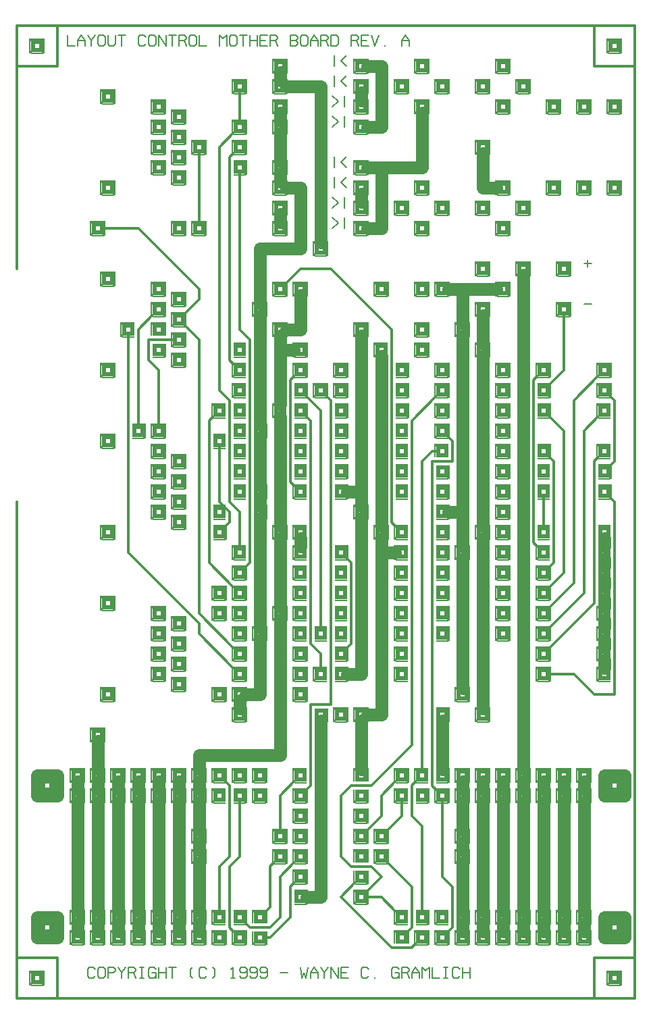
<source format=gtl>
%MOIN*%
%FSLAX23Y23*%
%ADD10C,.012*%
%ADD11C,.062*%
%ADD12C,.050X.024*%
%ADD13R,.062X.062X.024*%
%ADD14C,.016*%
%ADD15R,.008X.062*%
%ADD16R,.062X.008*%
%ADD17C,.008*%
%LPD*%
G90*X0Y0D02*D13*X100Y100D03*D14*X131Y131D03*      
Y69D03*X69Y131D03*Y69D03*D15*X135Y100D03*X65D03*  
D16*X100Y135D03*Y65D03*X200Y200D02*D10*Y0D01*     
X0D01*Y200D01*X200D01*D13*X300Y300D03*D14*        
X331Y331D03*Y269D03*X269Y331D03*Y269D03*D15*      
X335Y300D03*X265D03*D16*X300Y335D03*Y265D03*      
Y331D02*D11*Y369D01*D13*Y400D03*D14*X331Y431D03*  
Y369D03*X269Y431D03*Y369D03*D15*X335Y400D03*      
X265D03*D16*X300Y435D03*Y365D03*Y431D02*D11*      
Y969D01*D13*Y1000D03*D14*X331Y1031D03*Y969D03*    
X269Y1031D03*Y969D03*D15*X335Y1000D03*X265D03*D16*
X300Y1035D03*Y965D03*Y1031D02*D11*Y1069D01*D13*   
Y1100D03*D14*X331Y1131D03*Y1069D03*X269Y1131D03*  
Y1069D03*D15*X335Y1100D03*X265D03*D16*            
X300Y1135D03*Y1065D03*D13*X400Y1000D03*D14*       
X431Y1031D03*Y969D03*X369Y1031D03*Y969D03*D15*    
X435Y1000D03*X365D03*D16*X400Y1035D03*Y965D03*    
Y969D02*D11*Y431D01*D13*Y400D03*D14*X431Y431D03*  
Y369D03*X369Y431D03*Y369D03*D15*X435Y400D03*      
X365D03*D16*X400Y435D03*Y365D03*Y369D02*D11*      
Y331D01*D13*Y300D03*D14*X431Y331D03*Y269D03*      
X369Y331D03*Y269D03*D15*X435Y300D03*X365D03*D16*  
X400Y335D03*Y265D03*D13*X500Y400D03*D14*          
X531Y431D03*Y369D03*X469Y431D03*Y369D03*D15*      
X535Y400D03*X465D03*D16*X500Y435D03*Y365D03*      
Y369D02*D11*Y331D01*D13*Y300D03*D14*X531Y331D03*  
Y269D03*X469Y331D03*Y269D03*D15*X535Y300D03*      
X465D03*D16*X500Y335D03*Y265D03*D13*X600Y400D03*  
D14*X631Y431D03*Y369D03*X569Y431D03*Y369D03*D15*  
X635Y400D03*X565D03*D16*X600Y435D03*Y365D03*      
Y369D02*D11*Y331D01*D13*Y300D03*D14*X631Y331D03*  
Y269D03*X569Y331D03*Y269D03*D15*X635Y300D03*      
X565D03*D16*X600Y335D03*Y265D03*D13*X700Y400D03*  
D14*X731Y431D03*Y369D03*X669Y431D03*Y369D03*D15*  
X735Y400D03*X665D03*D16*X700Y435D03*Y365D03*      
Y369D02*D11*Y331D01*D13*Y300D03*D14*X731Y331D03*  
Y269D03*X669Y331D03*Y269D03*D15*X735Y300D03*      
X665D03*D16*X700Y335D03*Y265D03*D13*X800Y400D03*  
D14*X831Y431D03*Y369D03*X769Y431D03*Y369D03*D15*  
X835Y400D03*X765D03*D16*X800Y435D03*Y365D03*      
Y369D02*D11*Y331D01*D13*Y300D03*D14*X831Y331D03*  
Y269D03*X769Y331D03*Y269D03*D15*X835Y300D03*      
X765D03*D16*X800Y335D03*Y265D03*D13*X900Y400D03*  
D14*X931Y431D03*Y369D03*X869Y431D03*Y369D03*D15*  
X935Y400D03*X865D03*D16*X900Y435D03*Y365D03*      
Y369D02*D11*Y331D01*D13*Y300D03*D14*X931Y331D03*  
Y269D03*X869Y331D03*Y269D03*D15*X935Y300D03*      
X865D03*D16*X900Y335D03*Y265D03*D13*X1000Y400D03* 
D14*X969Y431D03*Y369D03*D15*X965Y400D03*D16*      
X1000Y435D03*Y365D03*Y431D02*D10*Y650D01*         
X1050Y700D01*Y1050D01*X1031Y1069D01*D13*          
X1000Y1100D03*D14*X1031Y1131D03*Y1069D03*         
X969Y1131D03*Y1069D03*D15*X1035Y1100D03*X965D03*  
D16*X1000Y1135D03*Y1065D03*D13*X1100Y1000D03*D14* 
X1131Y1031D03*Y969D03*D15*X1135Y1000D03*D16*      
X1100Y1035D03*Y965D03*Y969D02*D10*Y700D01*        
X1050Y650D01*Y350D01*X1069Y331D01*D13*            
X1100Y300D03*D14*X1131Y331D03*Y269D03*            
X1069Y331D03*Y269D03*D15*X1135Y300D03*X1065D03*   
D16*X1100Y335D03*Y265D03*X1150Y350D02*D10*        
X1250D01*X1300Y400D01*Y600D01*X1369Y669D01*D13*   
X1400Y700D03*D14*X1431Y731D03*Y669D03*            
X1369Y731D03*Y669D03*D15*X1435Y700D03*X1365D03*   
D16*X1400Y735D03*Y665D03*D13*X1300Y800D03*D14*    
X1331Y831D03*Y769D03*X1269Y831D03*Y769D03*D15*    
X1335Y800D03*X1265D03*D16*X1300Y835D03*Y765D03*   
Y831D02*D10*Y1000D01*X1369Y1069D01*D13*           
X1400Y1100D03*D14*X1369Y1131D03*Y1069D03*D15*     
X1365Y1100D03*D16*X1400Y1135D03*Y1065D03*         
X1450Y1050D02*D10*X1431Y1031D01*D13*X1400Y1000D03*
D14*X1431Y1031D03*Y969D03*X1369Y1031D03*Y969D03*  
D15*X1435Y1000D03*X1365D03*D16*X1400Y1035D03*     
Y965D03*X1450Y1050D02*D10*Y1450D01*X1550D01*      
Y2950D01*X1531Y2969D01*D13*X1500Y3000D03*D14*     
X1531Y3031D03*Y2969D03*X1469Y3031D03*Y2969D03*D15*
X1535Y3000D03*X1465D03*D16*X1500Y3035D03*Y2965D03*
D13*X1600Y2900D03*D14*X1631Y2931D03*Y2869D03*D15* 
X1635Y2900D03*D16*X1600Y2935D03*Y2865D03*D13*     
Y3100D03*D14*X1631Y3131D03*Y3069D03*X1569Y3131D03*
Y3069D03*D15*X1635Y3100D03*X1565D03*D16*          
X1600Y3135D03*Y3065D03*D13*X1400Y3100D03*D14*     
X1431Y3131D03*Y3069D03*X1369Y3131D03*Y3069D03*D15*
X1435Y3100D03*X1365D03*D16*X1400Y3135D03*Y3065D03*
X1369Y3069D02*D10*X1350Y3050D01*Y2550D01*         
X1369Y2531D01*D13*X1400Y2500D03*D14*X1369Y2531D03*
Y2469D03*D15*X1365Y2500D03*D16*X1400Y2535D03*     
Y2465D03*D13*Y2600D03*D16*Y2635D03*Y2565D03*D13*  
X1600Y2700D03*D14*X1631Y2731D03*Y2669D03*D15*     
X1635Y2700D03*D16*X1600Y2735D03*Y2665D03*D13*     
X1300Y2300D03*D14*X1331Y2331D03*Y2269D03*         
X1269Y2331D03*Y2269D03*D15*X1335Y2300D03*X1265D03*
D16*X1300Y2335D03*Y2265D03*Y2269D02*D11*Y1931D01* 
D13*Y1900D03*D14*X1331Y1931D03*Y1869D03*          
X1269Y1931D03*Y1869D03*D15*X1335Y1900D03*X1265D03*
D16*X1300Y1935D03*Y1865D03*Y1869D02*D11*Y1200D01* 
X900D01*Y1131D01*D13*Y1100D03*D14*X931Y1131D03*   
Y1069D03*X869Y1131D03*Y1069D03*D15*X935Y1100D03*  
X865D03*D16*X900Y1135D03*Y1065D03*Y1069D02*D11*   
Y1031D01*D13*Y1000D03*D14*X931Y1031D03*Y969D03*   
X869Y1031D03*Y969D03*D15*X935Y1000D03*X865D03*D16*
X900Y1035D03*Y965D03*Y969D02*D11*Y831D01*D13*     
Y800D03*D14*X931Y831D03*Y769D03*X869Y831D03*      
Y769D03*D15*X935Y800D03*X865D03*D16*X900Y835D03*  
Y765D03*Y769D02*D11*Y731D01*D13*Y700D03*D14*      
X931Y731D03*Y669D03*X869Y731D03*Y669D03*D15*      
X935Y700D03*X865D03*D16*X900Y735D03*Y665D03*      
Y669D02*D11*Y431D01*D13*X1000Y300D03*D14*         
X1031Y331D03*Y269D03*X969Y331D03*Y269D03*D15*     
X1035Y300D03*X965D03*D16*X1000Y335D03*Y265D03*    
X800Y431D02*D11*Y969D01*D13*Y1000D03*D14*         
X831Y1031D03*Y969D03*X769Y1031D03*Y969D03*D15*    
X835Y1000D03*X765D03*D16*X800Y1035D03*Y965D03*    
Y1031D02*D11*Y1069D01*D13*Y1100D03*D14*           
X831Y1131D03*Y1069D03*X769Y1131D03*Y1069D03*D15*  
X835Y1100D03*X765D03*D16*X800Y1135D03*Y1065D03*   
D13*X700Y1000D03*D14*X731Y1031D03*Y969D03*        
X669Y1031D03*Y969D03*D15*X735Y1000D03*X665D03*D16*
X700Y1035D03*Y965D03*Y969D02*D11*Y431D01*X600D02* 
Y969D01*D13*Y1000D03*D14*X631Y1031D03*Y969D03*    
X569Y1031D03*Y969D03*D15*X635Y1000D03*X565D03*D16*
X600Y1035D03*Y965D03*Y1031D02*D11*Y1069D01*D13*   
Y1100D03*D14*X631Y1131D03*Y1069D03*X569Y1131D03*  
Y1069D03*D15*X635Y1100D03*X565D03*D16*            
X600Y1135D03*Y1065D03*X700Y1031D02*D11*Y1069D01*  
D13*Y1100D03*D14*X731Y1131D03*Y1069D03*           
X669Y1131D03*Y1069D03*D15*X735Y1100D03*X665D03*   
D16*X700Y1135D03*Y1065D03*D13*X500Y1100D03*D14*   
X531Y1131D03*Y1069D03*X469Y1131D03*Y1069D03*D15*  
X535Y1100D03*X465D03*D16*X500Y1135D03*Y1065D03*   
Y1069D02*D11*Y1031D01*D13*Y1000D03*D14*           
X531Y1031D03*Y969D03*X469Y1031D03*Y969D03*D15*    
X535Y1000D03*X465D03*D16*X500Y1035D03*Y965D03*    
Y969D02*D11*Y431D01*X386Y109D02*D17*X377Y100D01*  
X359D01*X350Y109D01*Y145D01*X359Y154D01*X377D01*  
X386Y145D01*X436Y109D02*X427Y100D01*X409D01*      
X400Y109D01*Y145D01*X409Y154D01*X427D01*          
X436Y145D01*Y109D01*X450Y100D02*Y154D01*X477D01*  
X486Y145D01*Y136D01*X477Y127D01*X450D01*          
X500Y154D02*X518Y127D01*X536Y154D01*X518Y127D02*  
Y100D01*X550D02*Y154D01*X577D01*X586Y145D01*      
Y136D01*X577Y127D01*X550D01*X577D02*X586Y100D01*  
X618D02*Y154D01*X609Y100D02*X627D01*X609Y154D02*  
X627D01*X686Y109D02*X677Y100D01*X659D01*          
X650Y109D01*Y145D01*X659Y154D01*X677D01*          
X686Y145D01*X668Y127D02*X686D01*Y100D01*X700D02*  
Y154D01*X736Y100D02*Y154D01*X700Y127D02*X736D01*  
X768Y100D02*Y154D01*X750D02*X786D01*X868D02*      
X859Y145D01*Y109D01*X868Y100D01*X936Y109D02*      
X927Y100D01*X909D01*X900Y109D01*Y145D01*          
X909Y154D01*X927D01*X936Y145D01*X968Y154D02*      
X977Y145D01*Y109D01*X968Y100D01*X1059Y145D02*     
X1068Y154D01*Y100D01*X1059D02*X1077D01*           
X1136Y136D02*X1127Y127D01*X1109D01*X1100Y136D01*  
Y145D01*X1109Y154D01*X1127D01*X1136Y145D01*       
Y109D01*X1127Y100D01*X1109D01*X1100Y109D01*       
X1186Y136D02*X1177Y127D01*X1159D01*X1150Y136D01*  
Y145D01*X1159Y154D01*X1177D01*X1186Y145D01*       
Y109D01*X1177Y100D01*X1159D01*X1150Y109D01*       
X1236Y136D02*X1227Y127D01*X1209D01*X1200Y136D01*  
Y145D01*X1209Y154D01*X1227D01*X1236Y145D01*       
Y109D01*X1227Y100D01*X1209D01*X1200Y109D01*       
X1300Y127D02*X1336D01*X1400Y154D02*X1409Y100D01*  
X1418Y127D01*X1427Y100D01*X1436Y154D01*           
X1450Y100D02*Y127D01*X1468Y154D01*X1486Y127D01*   
Y100D01*X1450Y127D02*X1486D01*X1500Y154D02*       
X1518Y127D01*X1536Y154D01*X1518Y127D02*Y100D01*   
X1550D02*Y154D01*X1586Y100D01*Y154D01*            
X1636Y100D02*X1600D01*Y154D01*X1636D01*           
X1600Y127D02*X1627D01*X1736Y109D02*X1727Y100D01*  
X1709D01*X1700Y109D01*Y145D01*X1709Y154D01*       
X1727D01*X1736Y145D01*X1768Y100D03*X1886Y109D02*  
X1877Y100D01*X1859D01*X1850Y109D01*Y145D01*       
X1859Y154D01*X1877D01*X1886Y145D01*X1868Y127D02*  
X1886D01*Y100D01*X1900D02*Y154D01*X1927D01*       
X1936Y145D01*Y136D01*X1927Y127D01*X1900D01*       
X1927D02*X1936Y100D01*X1950D02*Y127D01*           
X1968Y154D01*X1986Y127D01*Y100D01*X1950Y127D02*   
X1986D01*X2000Y100D02*Y154D01*X2018Y136D01*       
X2036Y154D01*Y100D01*X2050Y154D02*Y100D01*        
X2086D01*X2118D02*Y154D01*X2109Y100D02*X2127D01*  
X2109Y154D02*X2127D01*X2186Y109D02*X2177Y100D01*  
X2159D01*X2150Y109D01*Y145D01*X2159Y154D01*       
X2177D01*X2186Y145D01*X2200Y100D02*Y154D01*       
X2236Y100D02*Y154D01*X2200Y127D02*X2236D01*       
X200Y400D02*D11*Y300D01*X100D01*Y400D01*X200D01*  
D13*X150Y350D03*X0Y200D02*D10*Y2450D01*D13*       
X450Y2300D03*D14*X481Y2331D03*Y2269D03*           
X419Y2331D03*Y2269D03*D15*X485Y2300D03*X415D03*   
D16*X450Y2335D03*Y2265D03*D13*Y2750D03*D14*       
X481Y2781D03*Y2719D03*X419Y2781D03*Y2719D03*D15*  
X485Y2750D03*X415D03*D16*X450Y2785D03*Y2715D03*   
D13*Y1950D03*D14*X481Y1981D03*Y1919D03*           
X419Y1981D03*Y1919D03*D15*X485Y1950D03*X415D03*   
D16*X450Y1985D03*Y1915D03*X550Y2200D02*D10*       
X900Y1850D01*Y1800D01*X1069Y1631D01*D13*          
X1100Y1600D03*D14*X1131Y1631D03*Y1569D03*         
X1069Y1631D03*Y1569D03*D15*X1135Y1600D03*X1065D03*
D16*X1100Y1635D03*Y1565D03*X1200Y1500D02*D11*     
X1131D01*D13*X1100D03*D14*X1131Y1531D03*Y1469D03* 
X1069Y1531D03*Y1469D03*D15*X1135Y1500D03*X1065D03*
D16*X1100Y1535D03*Y1465D03*Y1469D02*D11*Y1431D01* 
D13*Y1400D03*D14*X1131Y1431D03*Y1369D03*          
X1069Y1431D03*Y1369D03*D15*X1135Y1400D03*X1065D03*
D16*X1100Y1435D03*Y1365D03*X1200Y1500D02*D11*     
Y1769D01*D13*Y1800D03*D14*X1231Y1831D03*Y1769D03* 
X1169Y1831D03*Y1769D03*D15*X1235Y1800D03*X1165D03*
D16*X1200Y1835D03*Y1765D03*Y1831D02*D11*Y2369D01* 
D13*Y2400D03*D14*X1231Y2431D03*Y2369D03*D15*      
X1235Y2400D03*D16*X1200Y2435D03*Y2365D03*Y2431D02*
D11*Y2469D01*D13*Y2500D03*D14*X1231Y2531D03*      
Y2469D03*D15*X1235Y2500D03*D16*X1200Y2535D03*     
Y2465D03*Y2531D02*D11*Y2769D01*D13*Y2800D03*D14*  
X1231Y2831D03*Y2769D03*D15*X1235Y2800D03*D16*     
X1200Y2835D03*Y2765D03*Y2831D02*D11*Y3369D01*D13* 
Y3400D03*D14*X1231Y3431D03*Y3369D03*X1169Y3431D03*
Y3369D03*D15*X1235Y3400D03*X1165D03*D16*          
X1200Y3435D03*Y3365D03*Y3431D02*D11*Y3700D01*     
X1400D01*Y4000D01*X1331D01*D13*X1300D03*D14*      
X1331Y4031D03*Y3969D03*X1269Y4031D03*Y3969D03*D15*
X1335Y4000D03*X1265D03*D16*X1300Y4035D03*Y3965D03*
Y4031D02*D11*Y4069D01*D13*Y4100D03*D14*           
X1331Y4131D03*Y4069D03*X1269Y4131D03*Y4069D03*D15*
X1335Y4100D03*X1265D03*D16*X1300Y4135D03*Y4065D03*
Y4131D02*D11*Y4269D01*D13*Y4300D03*D14*           
X1331Y4331D03*Y4269D03*X1269Y4331D03*Y4269D03*D15*
X1335Y4300D03*X1265D03*D16*X1300Y4335D03*Y4265D03*
Y4331D02*D11*Y4369D01*D13*Y4400D03*D14*           
X1331Y4431D03*Y4369D03*X1269Y4431D03*Y4369D03*D15*
X1335Y4400D03*X1265D03*D16*X1300Y4435D03*Y4365D03*
D13*Y4500D03*D14*X1331Y4531D03*Y4469D03*          
X1269Y4531D03*Y4469D03*D15*X1335Y4500D03*X1265D03*
D16*X1300Y4535D03*Y4465D03*X1331Y4500D02*D11*     
X1500D01*Y3731D01*D13*Y3700D03*D14*X1531Y3731D03* 
Y3669D03*X1469Y3731D03*Y3669D03*D15*X1535Y3700D03*
X1465D03*D16*X1500Y3735D03*Y3665D03*X1400Y3600D02*
D10*X1331Y3531D01*D13*X1300Y3500D03*D14*          
X1331Y3531D03*Y3469D03*X1269Y3531D03*Y3469D03*D15*
X1335Y3500D03*X1265D03*D16*X1300Y3535D03*Y3465D03*
X1400Y3600D02*D10*X1550D01*X1850Y3300D01*Y2350D01*
X1869Y2331D01*D13*X1900Y2300D03*D14*X1869Y2331D03*
Y2269D03*D15*X1865Y2300D03*D16*X1900Y2335D03*     
Y2265D03*X1800Y2200D02*D11*Y1400D01*X1731D01*D13* 
X1700D03*D14*X1731Y1431D03*Y1369D03*X1669Y1431D03*
Y1369D03*D15*X1735Y1400D03*X1665D03*D16*          
X1700Y1435D03*Y1365D03*Y1369D02*D11*Y1131D01*D13* 
Y1100D03*D14*X1731Y1131D03*X1669D03*D15*          
X1735Y1100D03*X1665D03*D16*X1700Y1135D03*         
X1750Y1050D02*D10*X1650D01*X1600Y1000D01*Y700D01* 
X1650Y650D01*X1750D01*X1800Y600D01*X1731Y531D01*  
D13*X1700Y500D03*D14*X1731Y531D03*Y469D03*        
X1669Y531D03*Y469D03*D15*X1735Y500D03*X1665D03*   
D16*X1700Y535D03*Y465D03*X1731Y500D02*D10*        
X1800D01*X1869Y431D01*D13*X1900Y400D03*D14*       
X1869Y431D03*Y369D03*D15*X1865Y400D03*D16*        
X1900Y435D03*Y365D03*X1950Y350D02*D10*            
X1931Y331D01*D13*X1900Y300D03*D14*X1931Y331D03*   
X1869D03*D15*X1935Y300D03*X1865D03*D16*           
X1900Y335D03*X1950Y250D02*D10*X1850D01*           
X1600Y500D01*X1669Y569D01*D13*X1700Y600D03*D14*   
X1731Y569D03*X1669D03*D15*X1735Y600D03*X1665D03*  
D16*X1700Y565D03*D13*X1800Y700D03*D14*            
X1831Y731D03*Y669D03*X1769Y731D03*Y669D03*D15*    
X1835Y700D03*X1765D03*D16*X1800Y735D03*Y665D03*   
X1831Y669D02*D10*X1950Y550D01*Y350D01*D13*        
X2000Y300D03*D14*X2031Y331D03*Y269D03*            
X1969Y331D03*Y269D03*D15*X2035Y300D03*X1965D03*   
D16*X2000Y335D03*Y265D03*X1969Y269D02*D10*        
X1950Y250D01*D13*X2100Y400D03*D14*X2069Y431D03*   
Y369D03*D15*X2065Y400D03*D16*X2100Y435D03*Y365D03*
D13*X2000Y400D03*D14*X2031Y431D03*Y369D03*D15*    
X2035Y400D03*D16*X2000Y435D03*Y365D03*Y431D02*D10*
Y850D01*X1950Y900D01*Y1050D01*X1969Y1069D01*D13*  
X2000Y1100D03*D14*X1969Y1131D03*Y1069D03*D15*     
X1965Y1100D03*D16*X2000Y1135D03*Y1065D03*Y1131D02*
D10*Y2650D01*X2050Y2700D01*X2069D01*D13*X2100D03* 
D14*X2069Y2731D03*D15*X2065Y2700D03*D16*          
X2100Y2735D03*X2150Y2650D02*D10*X2050D01*Y1050D01*
X2069Y1031D01*D13*X2100Y1000D03*D14*X2131Y1031D03*
Y969D03*X2069Y1031D03*Y969D03*D15*X2135Y1000D03*  
X2065D03*D16*X2100Y1035D03*Y965D03*Y969D02*D10*   
Y600D01*X2150Y550D01*Y350D01*X2131Y331D01*D13*    
X2100Y300D03*D14*X2131Y331D03*Y269D03*            
X2069Y331D03*Y269D03*D15*X2135Y300D03*X2065D03*   
D16*X2100Y335D03*Y265D03*D13*X2200Y400D03*D14*    
X2231Y431D03*Y369D03*D15*X2235Y400D03*D16*        
X2200Y435D03*Y365D03*Y369D02*D11*Y331D01*D13*     
Y300D03*D14*X2231Y331D03*Y269D03*X2169Y331D03*    
Y269D03*D15*X2235Y300D03*X2165D03*D16*            
X2200Y335D03*Y265D03*D13*X2300Y400D03*D14*        
X2331Y431D03*Y369D03*X2269Y431D03*Y369D03*D15*    
X2335Y400D03*X2265D03*D16*X2300Y435D03*Y365D03*   
Y369D02*D11*Y331D01*D13*Y300D03*D14*X2331Y331D03* 
Y269D03*X2269Y331D03*Y269D03*D15*X2335Y300D03*    
X2265D03*D16*X2300Y335D03*Y265D03*D13*            
X2400Y400D03*D14*X2431Y431D03*Y369D03*            
X2369Y431D03*Y369D03*D15*X2435Y400D03*X2365D03*   
D16*X2400Y435D03*Y365D03*Y369D02*D11*Y331D01*D13* 
Y300D03*D14*X2431Y331D03*Y269D03*X2369Y331D03*    
Y269D03*D15*X2435Y300D03*X2365D03*D16*            
X2400Y335D03*Y265D03*D13*X2500Y400D03*D14*        
X2531Y431D03*Y369D03*X2469Y431D03*Y369D03*D15*    
X2535Y400D03*X2465D03*D16*X2500Y435D03*Y365D03*   
Y369D02*D11*Y331D01*D13*Y300D03*D14*X2531Y331D03* 
Y269D03*X2469Y331D03*Y269D03*D15*X2535Y300D03*    
X2465D03*D16*X2500Y335D03*Y265D03*D13*            
X2600Y400D03*D14*X2631Y431D03*Y369D03*            
X2569Y431D03*Y369D03*D15*X2635Y400D03*X2565D03*   
D16*X2600Y435D03*Y365D03*Y369D02*D11*Y331D01*D13* 
Y300D03*D14*X2631Y331D03*Y269D03*X2569Y331D03*    
Y269D03*D15*X2635Y300D03*X2565D03*D16*            
X2600Y335D03*Y265D03*D13*X2700Y400D03*D14*        
X2731Y431D03*Y369D03*X2669Y431D03*Y369D03*D15*    
X2735Y400D03*X2665D03*D16*X2700Y435D03*Y365D03*   
Y369D02*D11*Y331D01*D13*Y300D03*D14*X2731Y331D03* 
Y269D03*X2669Y331D03*Y269D03*D15*X2735Y300D03*    
X2665D03*D16*X2700Y335D03*Y265D03*D13*            
X2800Y400D03*D14*X2831Y431D03*Y369D03*            
X2769Y431D03*Y369D03*D15*X2835Y400D03*X2765D03*   
D16*X2800Y435D03*Y365D03*Y369D02*D11*Y331D01*D13* 
Y300D03*D14*X2831Y331D03*Y269D03*X2769Y331D03*    
Y269D03*D15*X2835Y300D03*X2765D03*D16*            
X2800Y335D03*Y265D03*X2900Y400D02*D11*Y300D01*    
X3000D01*Y400D01*X2900D01*D13*X2950Y350D03*       
X2800Y431D02*D11*Y969D01*D13*Y1000D03*D14*        
X2831Y1031D03*Y969D03*X2769Y1031D03*Y969D03*D15*  
X2835Y1000D03*X2765D03*D16*X2800Y1035D03*Y965D03* 
Y1031D02*D11*Y1069D01*D13*Y1100D03*D14*           
X2831Y1131D03*Y1069D03*X2769Y1131D03*Y1069D03*D15*
X2835Y1100D03*X2765D03*D16*X2800Y1135D03*Y1065D03*
X2900Y1000D02*D11*X3000D01*Y1100D01*X2900D01*     
Y1000D01*D13*X2950Y1050D03*X2700Y1100D03*D14*     
X2731Y1131D03*Y1069D03*X2669Y1131D03*Y1069D03*D15*
X2735Y1100D03*X2665D03*D16*X2700Y1135D03*Y1065D03*
Y1069D02*D11*Y1031D01*D13*Y1000D03*D14*           
X2731Y1031D03*Y969D03*X2669Y1031D03*Y969D03*D15*  
X2735Y1000D03*X2665D03*D16*X2700Y1035D03*Y965D03* 
Y969D02*D11*Y431D01*X2600D02*Y969D01*D13*Y1000D03*
D14*X2631Y1031D03*Y969D03*X2569Y1031D03*Y969D03*  
D15*X2635Y1000D03*X2565D03*D16*X2600Y1035D03*     
Y965D03*Y1031D02*D11*Y1069D01*D13*Y1100D03*D14*   
X2631Y1131D03*Y1069D03*X2569Y1131D03*Y1069D03*D15*
X2635Y1100D03*X2565D03*D16*X2600Y1135D03*Y1065D03*
D13*X2500Y1000D03*D14*X2531Y1031D03*Y969D03*      
X2469Y1031D03*Y969D03*D15*X2535Y1000D03*X2465D03* 
D16*X2500Y1035D03*Y965D03*Y969D02*D11*Y431D01*    
X2400D02*Y969D01*D13*Y1000D03*D14*X2431Y1031D03*  
Y969D03*X2369Y1031D03*Y969D03*D15*X2435Y1000D03*  
X2365D03*D16*X2400Y1035D03*Y965D03*Y1031D02*D11*  
Y1069D01*D13*Y1100D03*D14*X2431Y1131D03*Y1069D03* 
X2369Y1131D03*Y1069D03*D15*X2435Y1100D03*X2365D03*
D16*X2400Y1135D03*Y1065D03*X2500Y1031D02*D11*     
Y1069D01*D13*Y1100D03*D14*X2531Y1131D03*Y1069D03* 
X2469Y1131D03*Y1069D03*D15*X2535Y1100D03*X2465D03*
D16*X2500Y1135D03*Y1065D03*Y1131D02*D11*Y3569D01* 
D13*Y3600D03*D14*X2531Y3631D03*Y3569D03*          
X2469Y3631D03*Y3569D03*D15*X2535Y3600D03*X2465D03*
D16*X2500Y3635D03*Y3565D03*D13*X2400Y3500D03*D14* 
X2431Y3531D03*Y3469D03*X2369Y3531D03*Y3469D03*D15*
X2435Y3500D03*X2365D03*D16*X2400Y3535D03*Y3465D03*
X2369Y3500D02*D11*X2200D01*Y3331D01*D13*Y3300D03* 
D14*X2231Y3331D03*Y3269D03*X2169Y3331D03*Y3269D03*
D15*X2235Y3300D03*X2165D03*D16*X2200Y3335D03*     
Y3265D03*Y3269D02*D11*Y2400D01*Y2231D01*D13*      
Y2200D03*D14*X2231Y2231D03*Y2169D03*X2169Y2231D03*
Y2169D03*D15*X2235Y2200D03*X2165D03*D16*          
X2200Y2235D03*Y2165D03*Y2169D02*D11*Y1531D01*D13* 
Y1500D03*D14*X2231Y1531D03*Y1469D03*X2169Y1531D03*
Y1469D03*D15*X2235Y1500D03*X2165D03*D16*          
X2200Y1535D03*Y1465D03*D13*X2300Y1400D03*D14*     
X2331Y1431D03*Y1369D03*X2269Y1431D03*Y1369D03*D15*
X2335Y1400D03*X2265D03*D16*X2300Y1435D03*Y1365D03*
Y1431D02*D11*Y2269D01*D13*Y2300D03*D14*           
X2331Y2331D03*Y2269D03*X2269Y2331D03*Y2269D03*D15*
X2335Y2300D03*X2265D03*D16*X2300Y2335D03*Y2265D03*
Y2331D02*D11*Y3169D01*D13*Y3200D03*D14*           
X2331Y3231D03*Y3169D03*X2269Y3231D03*Y3169D03*D15*
X2335Y3200D03*X2265D03*D16*X2300Y3235D03*Y3165D03*
Y3231D02*D11*Y3369D01*D13*Y3400D03*D14*           
X2331Y3431D03*Y3369D03*X2269Y3431D03*Y3369D03*D15*
X2335Y3400D03*X2265D03*D16*X2300Y3435D03*Y3365D03*
X2200Y3500D02*D11*X2131D01*D13*X2100D03*D14*      
X2131Y3531D03*Y3469D03*X2069Y3531D03*Y3469D03*D15*
X2135Y3500D03*X2065D03*D16*X2100Y3535D03*Y3465D03*
D13*X2000Y3500D03*D14*X2031Y3531D03*Y3469D03*     
X1969Y3531D03*Y3469D03*D15*X2035Y3500D03*X1965D03*
D16*X2000Y3535D03*Y3465D03*D13*Y3300D03*D14*      
X2031Y3331D03*Y3269D03*X1969Y3331D03*Y3269D03*D15*
X2035Y3300D03*X1965D03*D16*X2000Y3335D03*Y3265D03*
D13*X2300Y3600D03*D14*X2331Y3631D03*Y3569D03*     
X2269Y3631D03*Y3569D03*D15*X2335Y3600D03*X2265D03*
D16*X2300Y3635D03*Y3565D03*D13*X2400Y3800D03*D14* 
X2431Y3831D03*Y3769D03*X2369Y3831D03*Y3769D03*D15*
X2435Y3800D03*X2365D03*D16*X2400Y3835D03*Y3765D03*
X1800Y3800D02*D11*X1731D01*D13*X1700D03*D14*      
X1731Y3831D03*Y3769D03*X1669Y3831D03*Y3769D03*D15*
X1735Y3800D03*X1665D03*D16*X1700Y3835D03*Y3765D03*
X1800Y3800D02*D11*Y4100D01*X1731D01*D13*X1700D03* 
D14*X1731Y4131D03*Y4069D03*X1669Y4131D03*Y4069D03*
D15*X1735Y4100D03*X1665D03*D16*X1700Y4135D03*     
Y4065D03*X1800Y4100D02*D11*X2000D01*Y4369D01*D13* 
Y4400D03*D14*X2031Y4431D03*Y4369D03*X1969Y4431D03*
Y4369D03*D15*X2035Y4400D03*X1965D03*D16*          
X2000Y4435D03*Y4365D03*D13*X2100Y4500D03*D14*     
X2131Y4531D03*Y4469D03*X2069Y4531D03*Y4469D03*D15*
X2135Y4500D03*X2065D03*D16*X2100Y4535D03*Y4465D03*
D13*X1900Y4500D03*D14*X1931Y4531D03*Y4469D03*     
X1869Y4531D03*Y4469D03*D15*X1935Y4500D03*X1865D03*
D16*X1900Y4535D03*Y4465D03*X1800Y4600D02*D11*     
Y4300D01*X1731D01*D13*X1700D03*D14*X1731Y4331D03* 
Y4269D03*X1669Y4331D03*Y4269D03*D15*X1735Y4300D03*
X1665D03*D16*X1700Y4335D03*Y4265D03*D13*Y4400D03* 
D14*X1731Y4431D03*Y4369D03*X1669Y4431D03*Y4369D03*
D15*X1735Y4400D03*X1665D03*D16*X1700Y4435D03*     
Y4365D03*Y4431D02*D11*Y4469D01*D13*Y4500D03*D14*  
X1731Y4531D03*Y4469D03*X1669Y4531D03*Y4469D03*D15*
X1735Y4500D03*X1665D03*D16*X1700Y4535D03*Y4465D03*
X1800Y4600D02*D11*X1731D01*D13*X1700D03*D14*      
X1731Y4631D03*Y4569D03*X1669Y4631D03*Y4569D03*D15*
X1735Y4600D03*X1665D03*D16*X1700Y4635D03*Y4565D03*
X1568Y4600D02*D17*Y4654D01*X1627D02*X1600Y4627D01*
X1627Y4600D01*X1568Y4500D02*Y4554D01*X1627D02*    
X1600Y4527D01*X1627Y4500D01*X1559Y4454D02*        
X1586Y4427D01*X1559Y4400D01*X1618D02*Y4454D01*    
X1559Y4354D02*X1586Y4327D01*X1559Y4300D01*        
X1618D02*Y4354D01*D13*X2000Y4600D03*D14*          
X2031Y4631D03*Y4569D03*X1969Y4631D03*Y4569D03*D15*
X2035Y4600D03*X1965D03*D16*X2000Y4635D03*Y4565D03*
D13*X1300Y4600D03*D14*X1331Y4631D03*Y4569D03*     
X1269Y4631D03*Y4569D03*D15*X1335Y4600D03*X1265D03*
D16*X1300Y4635D03*Y4565D03*Y4569D02*D11*Y4531D01* 
D13*X1100Y4300D03*D14*X1131Y4331D03*Y4269D03*     
X1069Y4331D03*Y4269D03*D15*X1135Y4300D03*X1065D03*
D16*X1100Y4335D03*Y4265D03*X1069Y4269D02*D10*     
X1000Y4200D01*Y3000D01*X1050Y2950D01*Y2450D01*    
X1100Y2400D01*Y2231D01*D13*Y2200D03*D14*          
X1069Y2231D03*Y2169D03*D15*X1065Y2200D03*D16*     
X1100Y2235D03*Y2165D03*X1150Y2150D02*D10*         
X1131Y2131D01*D13*X1100Y2100D03*D14*X1131Y2131D03*
Y2069D03*X1069Y2131D03*Y2069D03*D15*X1135Y2100D03*
X1065D03*D16*X1100Y2135D03*Y2065D03*X1150Y2150D02*
D10*Y3250D01*X1100Y3300D01*Y4069D01*D13*Y4100D03* 
D14*X1131Y4131D03*Y4069D03*D15*X1135Y4100D03*D16* 
X1100Y4135D03*Y4065D03*X1050Y4150D02*D10*Y3150D01*
X1069Y3131D01*D13*X1100Y3100D03*D14*X1069Y3131D03*
Y3069D03*D15*X1065Y3100D03*D16*X1100Y3135D03*     
Y3065D03*D13*Y3200D03*D16*Y3235D03*Y3165D03*D13*  
Y3000D03*D14*X1069Y3031D03*Y2969D03*D15*          
X1065Y3000D03*D16*X1100Y3035D03*Y2965D03*D13*     
X1300Y2900D03*D14*X1269Y2931D03*Y2869D03*D15*     
X1265Y2900D03*D16*X1300Y2935D03*Y2865D03*Y2869D02*
D11*Y2331D01*D13*X1400Y2200D03*D14*X1369Y2231D03* 
Y2169D03*D15*X1365Y2200D03*D16*X1400Y2235D03*     
Y2165D03*Y2231D02*D11*Y2269D01*D13*Y2300D03*D14*  
X1369Y2331D03*Y2269D03*D15*X1365Y2300D03*D16*     
X1400Y2335D03*Y2265D03*D13*X1600Y2100D03*D16*     
Y2135D03*Y2065D03*D13*Y2500D03*D14*X1631Y2531D03* 
Y2469D03*D15*X1635Y2500D03*D16*X1600Y2535D03*     
Y2465D03*X1631Y2500D02*D11*X1700D01*Y2431D01*D13* 
Y2400D03*D14*X1731Y2431D03*Y2369D03*X1669Y2431D03*
Y2369D03*D15*X1735Y2400D03*X1665D03*D16*          
X1700Y2435D03*Y2365D03*Y2369D02*D11*Y1600D01*     
X1631D01*D13*X1600D03*D14*X1631Y1631D03*Y1569D03* 
D15*X1635Y1600D03*D16*X1600Y1635D03*Y1565D03*     
X1500Y1700D02*D10*Y1631D01*D13*Y1600D03*D14*      
X1469Y1631D03*Y1569D03*D15*X1465Y1600D03*D16*     
X1500Y1635D03*Y1565D03*D13*X1600Y1700D03*D14*     
X1631Y1731D03*Y1669D03*D15*X1635Y1700D03*D16*     
X1600Y1735D03*Y1665D03*X1631Y1731D02*D10*         
X1650Y1750D01*Y2150D01*X1631Y2169D01*D13*         
X1600Y2200D03*D14*X1631Y2231D03*Y2169D03*D15*     
X1635Y2200D03*D16*X1600Y2235D03*Y2165D03*D13*     
X1400Y2000D03*D14*X1369Y2031D03*Y1969D03*D15*     
X1365Y2000D03*D16*X1400Y2035D03*Y1965D03*         
X1800Y2200D02*D11*X1869D01*D13*X1900D03*D14*      
X1869Y2231D03*Y2169D03*D15*X1865Y2200D03*D16*     
X1900Y2235D03*Y2165D03*D13*X1800Y2300D03*D14*     
X1831Y2331D03*Y2269D03*X1769Y2331D03*Y2269D03*D15*
X1835Y2300D03*X1765D03*D16*X1800Y2335D03*Y2265D03*
Y2269D02*D11*Y2200D01*D13*X1900Y2100D03*D14*      
X1869Y2131D03*Y2069D03*D15*X1865Y2100D03*D16*     
X1900Y2135D03*Y2065D03*X1800Y2331D02*D11*Y3169D01*
D13*Y3200D03*D14*X1769Y3231D03*Y3169D03*D15*      
X1765Y3200D03*D16*X1800Y3235D03*Y3165D03*D13*     
X1900Y3100D03*D14*X1931Y3131D03*Y3069D03*D15*     
X1935Y3100D03*D16*X1900Y3135D03*Y3065D03*D13*     
X1700Y3300D03*D14*X1731Y3331D03*Y3269D03*         
X1669Y3331D03*Y3269D03*D15*X1735Y3300D03*X1665D03*
D16*X1700Y3335D03*Y3265D03*Y3269D02*D11*Y2500D01* 
D13*X1600Y2600D03*D14*X1631Y2631D03*Y2569D03*D15* 
X1635Y2600D03*D16*X1600Y2635D03*Y2565D03*D13*     
X1900Y2700D03*D16*Y2735D03*Y2665D03*D13*Y2500D03* 
D16*Y2535D03*Y2465D03*D13*Y2600D03*D16*Y2635D03*  
Y2565D03*D13*X1400Y2800D03*D16*Y2835D03*Y2765D03* 
D13*X1900Y2800D03*D16*Y2835D03*Y2765D03*D13*      
X1400Y2700D03*D16*Y2735D03*Y2665D03*D13*          
X1600Y2800D03*D14*X1631Y2831D03*Y2769D03*D15*     
X1635Y2800D03*D16*X1600Y2835D03*Y2765D03*         
X1950Y2850D02*D10*Y1250D01*X1750Y1050D01*         
X1800Y1000D02*Y900D01*X1731Y831D01*D13*           
X1700Y800D03*D14*X1731Y831D03*Y769D03*            
X1669Y831D03*Y769D03*D15*X1735Y800D03*X1665D03*   
D16*X1700Y835D03*Y765D03*D13*X1800Y800D03*D14*    
X1831Y831D03*Y769D03*X1769Y831D03*Y769D03*D15*    
X1835Y800D03*X1765D03*D16*X1800Y835D03*Y765D03*   
X1831Y831D02*D10*X1900Y900D01*Y969D01*D13*        
Y1000D03*D14*X1869Y1031D03*Y969D03*D15*           
X1865Y1000D03*D16*X1900Y1035D03*Y965D03*D13*      
X2000Y1000D03*D14*X2031Y1031D03*Y969D03*D15*      
X2035Y1000D03*D16*X2000Y1035D03*Y965D03*D13*      
X1900Y1100D03*D14*X1931Y1131D03*Y1069D03*         
X1869Y1131D03*Y1069D03*D15*X1935Y1100D03*X1865D03*
D16*X1900Y1135D03*Y1065D03*X1869Y1069D02*D10*     
X1800Y1000D01*D13*X1700Y900D03*D14*X1731Y931D03*  
Y869D03*X1669Y931D03*Y869D03*D15*X1735Y900D03*    
X1665D03*D16*X1700Y935D03*Y865D03*D13*Y1000D03*   
D14*X1731Y969D03*X1669D03*D15*X1735Y1000D03*      
X1665D03*D16*X1700Y965D03*D13*Y700D03*D14*        
X1731Y731D03*X1669D03*D15*X1735Y700D03*X1665D03*  
D16*X1700Y735D03*D13*X2100Y1100D03*D14*           
X2131Y1131D03*Y1069D03*D15*X2135Y1100D03*D16*     
X2100Y1135D03*Y1065D03*Y1131D02*D11*Y1369D01*D13* 
Y1400D03*D14*X2131Y1431D03*Y1369D03*D15*          
X2135Y1400D03*D16*X2100Y1435D03*Y1365D03*D13*     
X1900Y1600D03*D14*X1869Y1631D03*Y1569D03*D15*     
X1865Y1600D03*D16*X1900Y1635D03*Y1565D03*D13*     
X2200Y1100D03*D14*X2231Y1131D03*Y1069D03*         
X2169Y1131D03*Y1069D03*D15*X2235Y1100D03*X2165D03*
D16*X2200Y1135D03*Y1065D03*Y1069D02*D11*Y1031D01* 
D13*Y1000D03*D14*X2231Y1031D03*Y969D03*           
X2169Y1031D03*Y969D03*D15*X2235Y1000D03*X2165D03* 
D16*X2200Y1035D03*Y965D03*Y969D02*D11*Y831D01*D13*
Y800D03*D14*X2231Y831D03*Y769D03*X2169Y831D03*    
Y769D03*D15*X2235Y800D03*X2165D03*D16*            
X2200Y835D03*Y765D03*Y769D02*D11*Y731D01*D13*     
Y700D03*D14*X2231Y731D03*Y669D03*X2169Y731D03*    
Y669D03*D15*X2235Y700D03*X2165D03*D16*            
X2200Y735D03*Y665D03*Y669D02*D11*Y431D01*X2300D02*
Y969D01*D13*Y1000D03*D14*X2331Y1031D03*Y969D03*   
X2269Y1031D03*Y969D03*D15*X2335Y1000D03*X2265D03* 
D16*X2300Y1035D03*Y965D03*Y1031D02*D11*Y1069D01*  
D13*Y1100D03*D14*X2331Y1131D03*Y1069D03*          
X2269Y1131D03*Y1069D03*D15*X2335Y1100D03*X2265D03*
D16*X2300Y1135D03*Y1065D03*X2750Y1600D02*D10*     
X2850Y1500D01*X2950D01*Y2450D01*X2931Y2469D01*D13*
X2900Y2500D03*D14*X2931Y2531D03*Y2469D03*D15*     
X2935Y2500D03*D16*X2900Y2535D03*Y2465D03*D13*     
Y2600D03*D14*X2931Y2631D03*Y2569D03*D15*          
X2935Y2600D03*D16*X2900Y2635D03*Y2565D03*         
X2931Y2631D02*D10*X2950Y2650D01*Y2950D01*         
X2931Y2969D01*D13*X2900Y3000D03*D14*X2931Y3031D03*
Y2969D03*X2869Y3031D03*Y2969D03*D15*X2935Y3000D03*
X2865D03*D16*X2900Y3035D03*Y2965D03*D13*Y3100D03* 
D14*X2931Y3131D03*Y3069D03*X2869Y3131D03*Y3069D03*
D15*X2935Y3100D03*X2865D03*D16*X2900Y3135D03*     
Y3065D03*X2869Y3069D02*D10*X2750Y2950D01*Y2050D01*
X2631Y1931D01*D13*X2600Y1900D03*D14*X2631Y1931D03*
Y1869D03*X2569Y1931D03*Y1869D03*D15*X2635Y1900D03*
X2565D03*D16*X2600Y1935D03*Y1865D03*D13*Y2000D03* 
D14*X2631Y2031D03*Y1969D03*X2569Y2031D03*Y1969D03*
D15*X2635Y2000D03*X2565D03*D16*X2600Y2035D03*     
Y1965D03*X2631Y2031D02*D10*X2700Y2100D01*Y2800D01*
X2631Y2869D01*D13*X2600Y2900D03*D14*X2631Y2931D03*
Y2869D03*D15*X2635Y2900D03*D16*X2600Y2935D03*     
Y2865D03*D13*Y3000D03*D14*X2631Y3031D03*Y2969D03* 
D15*X2635Y3000D03*D16*X2600Y3035D03*Y2965D03*     
X2631Y3031D02*D10*X2700Y3100D01*Y3369D01*D13*     
Y3400D03*D14*X2731Y3431D03*Y3369D03*X2669Y3431D03*
Y3369D03*D15*X2735Y3400D03*X2665D03*D16*          
X2700Y3435D03*Y3365D03*X2800Y3427D02*D17*X2836D01*
X2800Y3627D02*X2836D01*X2818Y3645D02*Y3609D01*D13*
X2700Y3600D03*D14*X2731Y3631D03*Y3569D03*         
X2669Y3631D03*Y3569D03*D15*X2735Y3600D03*X2665D03*
D16*X2700Y3635D03*Y3565D03*D13*X2400Y3100D03*D14* 
X2431Y3131D03*Y3069D03*X2369Y3131D03*Y3069D03*D15*
X2435Y3100D03*X2365D03*D16*X2400Y3135D03*Y3065D03*
D13*X2600Y3100D03*D14*X2631Y3131D03*Y3069D03*     
X2569Y3131D03*Y3069D03*D15*X2635Y3100D03*X2565D03*
D16*X2600Y3135D03*Y3065D03*X2569Y3069D02*D10*     
X2550Y3050D01*Y2250D01*X2569Y2231D01*D13*         
X2600Y2200D03*D14*X2569Y2231D03*Y2169D03*D15*     
X2565Y2200D03*D16*X2600Y2235D03*Y2165D03*         
X2650Y2150D02*D10*X2631Y2131D01*D13*X2600Y2100D03*
D14*X2631Y2131D03*Y2069D03*X2569Y2131D03*Y2069D03*
D15*X2635Y2100D03*X2565D03*D16*X2600Y2135D03*     
Y2065D03*X2650Y2150D02*D10*Y2650D01*X2631Y2669D01*
D13*X2600Y2700D03*D14*X2631Y2731D03*Y2669D03*D15* 
X2635Y2700D03*D16*X2600Y2735D03*Y2665D03*D13*     
Y2600D03*D16*Y2635D03*Y2565D03*D13*X2400Y2900D03* 
D14*X2431Y2931D03*Y2869D03*X2369Y2931D03*Y2869D03*
D15*X2435Y2900D03*X2365D03*D16*X2400Y2935D03*     
Y2865D03*D13*Y2500D03*D14*X2431Y2531D03*Y2469D03* 
X2369Y2531D03*Y2469D03*D15*X2435Y2500D03*X2365D03*
D16*X2400Y2535D03*Y2465D03*D13*Y2800D03*D14*      
X2431Y2831D03*Y2769D03*X2369Y2831D03*Y2769D03*D15*
X2435Y2800D03*X2365D03*D16*X2400Y2835D03*Y2765D03*
D13*Y2700D03*D14*X2431Y2731D03*Y2669D03*          
X2369Y2731D03*Y2669D03*D15*X2435Y2700D03*X2365D03*
D16*X2400Y2735D03*Y2665D03*D13*X2600Y2500D03*D16* 
Y2535D03*Y2465D03*Y2469D02*D10*Y2331D01*D13*      
Y2300D03*D16*Y2335D03*Y2265D03*D13*X2400Y2100D03* 
D14*X2431Y2131D03*Y2069D03*X2369Y2131D03*Y2069D03*
D15*X2435Y2100D03*X2365D03*D16*X2400Y2135D03*     
Y2065D03*D13*Y2400D03*D14*X2431Y2431D03*Y2369D03* 
X2369Y2431D03*Y2369D03*D15*X2435Y2400D03*X2365D03*
D16*X2400Y2435D03*Y2365D03*D13*Y2300D03*D14*      
X2431Y2331D03*Y2269D03*X2369Y2331D03*Y2269D03*D15*
X2435Y2300D03*X2365D03*D16*X2400Y2335D03*Y2265D03*
D13*Y2200D03*D14*X2431Y2231D03*Y2169D03*          
X2369Y2231D03*Y2169D03*D15*X2435Y2200D03*X2365D03*
D16*X2400Y2235D03*Y2165D03*D13*X2900Y2000D03*D16* 
Y2035D03*Y1965D03*Y1969D02*D11*Y1931D01*D13*      
Y1900D03*D14*X2869Y1931D03*Y1869D03*D15*          
X2865Y1900D03*D16*X2900Y1935D03*Y1865D03*Y1869D02*
D11*Y1831D01*D13*Y1800D03*D14*X2869Y1831D03*      
Y1769D03*D15*X2865Y1800D03*D16*X2900Y1835D03*     
Y1765D03*Y1769D02*D11*Y1731D01*D13*Y1700D03*D14*  
X2869Y1731D03*Y1669D03*D15*X2865Y1700D03*D16*     
X2900Y1735D03*Y1665D03*Y1669D02*D11*Y1631D01*D13* 
Y1600D03*D14*X2869Y1631D03*Y1569D03*D15*          
X2865Y1600D03*D16*X2900Y1635D03*Y1565D03*         
X2750Y1600D02*D10*X2631D01*D13*X2600D03*D14*      
X2631Y1631D03*Y1569D03*X2569Y1631D03*Y1569D03*D15*
X2635Y1600D03*X2565D03*D16*X2600Y1635D03*Y1565D03*
D13*Y1700D03*D14*X2631Y1731D03*Y1669D03*          
X2569Y1731D03*Y1669D03*D15*X2635Y1700D03*X2565D03*
D16*X2600Y1735D03*Y1665D03*X2631Y1731D02*D10*     
X2850Y1950D01*Y2650D01*X2869Y2669D01*D13*         
X2900Y2700D03*D14*X2869Y2731D03*Y2669D03*D15*     
X2865Y2700D03*D16*X2900Y2735D03*Y2665D03*         
X2800Y2800D02*D10*Y2000D01*X2631Y1831D01*D13*     
X2600Y1800D03*D14*X2631Y1831D03*Y1769D03*         
X2569Y1831D03*Y1769D03*D15*X2635Y1800D03*X2565D03*
D16*X2600Y1835D03*Y1765D03*D13*X2400Y2000D03*D14* 
X2431Y2031D03*Y1969D03*X2369Y2031D03*Y1969D03*D15*
X2435Y2000D03*X2365D03*D16*X2400Y2035D03*Y1965D03*
D13*Y1900D03*D14*X2431Y1931D03*Y1869D03*          
X2369Y1931D03*Y1869D03*D15*X2435Y1900D03*X2365D03*
D16*X2400Y1935D03*Y1865D03*D13*Y1800D03*D14*      
X2431Y1831D03*Y1769D03*X2369Y1831D03*Y1769D03*D15*
X2435Y1800D03*X2365D03*D16*X2400Y1835D03*Y1765D03*
D13*X2900Y2100D03*D16*Y2135D03*Y2065D03*Y2069D02* 
D11*Y2031D01*Y2131D02*Y2169D01*D13*Y2200D03*D16*  
Y2235D03*Y2165D03*Y2231D02*D11*Y2269D01*D13*      
Y2300D03*D16*Y2335D03*Y2265D03*D13*X2400Y2600D03* 
D14*X2431Y2631D03*Y2569D03*X2369Y2631D03*Y2569D03*
D15*X2435Y2600D03*X2365D03*D16*X2400Y2635D03*     
Y2565D03*X2800Y2800D02*D10*X2869Y2869D01*D13*     
X2900Y2900D03*D14*X2869Y2931D03*Y2869D03*D15*     
X2865Y2900D03*D16*X2900Y2935D03*Y2865D03*D13*     
X2400Y3000D03*D14*X2431Y3031D03*Y2969D03*         
X2369Y3031D03*Y2969D03*D15*X2435Y3000D03*X2365D03*
D16*X2400Y3035D03*Y2965D03*X2800Y3427D02*D17*     
X2836D01*X2800Y3627D02*X2836D01*X2818Y3645D02*    
Y3609D01*X2200Y2400D02*D11*X2131D01*D13*X2100D03* 
D14*X2131Y2431D03*Y2369D03*D15*X2135Y2400D03*D16* 
X2100Y2435D03*Y2365D03*D13*Y2500D03*D14*          
X2131Y2531D03*Y2469D03*D15*X2135Y2500D03*D16*     
X2100Y2535D03*Y2465D03*D13*Y2300D03*D14*          
X2131Y2331D03*Y2269D03*D15*X2135Y2300D03*D16*     
X2100Y2335D03*Y2265D03*D13*Y2600D03*D14*          
X2131Y2569D03*D15*X2135Y2600D03*D16*X2100Y2565D03*
D13*Y2200D03*D14*X2131Y2231D03*Y2169D03*D15*      
X2135Y2200D03*D16*X2100Y2235D03*Y2165D03*         
X2150Y2650D02*D10*Y2750D01*X2131Y2769D01*D13*     
X2100Y2800D03*D14*X2131Y2831D03*Y2769D03*         
X2069Y2831D03*Y2769D03*D15*X2135Y2800D03*X2065D03*
D16*X2100Y2835D03*Y2765D03*D13*Y2900D03*D14*      
X2131Y2931D03*Y2869D03*X2069Y2931D03*Y2869D03*D15*
X2135Y2900D03*X2065D03*D16*X2100Y2935D03*Y2865D03*
X1950Y2850D02*D10*X2069Y2969D01*D13*X2100Y3000D03*
D14*X2131Y3031D03*Y2969D03*X2069Y3031D03*Y2969D03*
D15*X2135Y3000D03*X2065D03*D16*X2100Y3035D03*     
Y2965D03*D13*Y3100D03*D14*X2131Y3131D03*Y3069D03* 
X2069Y3131D03*Y3069D03*D15*X2135Y3100D03*X2065D03*
D16*X2100Y3135D03*Y3065D03*D13*X1900Y3000D03*D14* 
X1931Y3031D03*Y2969D03*D15*X1935Y3000D03*D16*     
X1900Y3035D03*Y2965D03*D13*X2000Y3200D03*D14*     
X2031Y3231D03*Y3169D03*X1969Y3231D03*Y3169D03*D15*
X2035Y3200D03*X1965D03*D16*X2000Y3235D03*Y3165D03*
D13*X1900Y2900D03*D14*X1931Y2931D03*Y2869D03*D15* 
X1935Y2900D03*D16*X1900Y2935D03*Y2865D03*D13*     
X1600Y3000D03*D14*X1631Y3031D03*Y2969D03*         
X1569Y3031D03*Y2969D03*D15*X1635Y3000D03*X1565D03*
D16*X1600Y3035D03*Y2965D03*D13*X1800Y3500D03*D14* 
X1831Y3531D03*Y3469D03*X1769Y3531D03*Y3469D03*D15*
X1835Y3500D03*X1765D03*D16*X1800Y3535D03*Y3465D03*
X1500Y2900D02*D10*Y1831D01*D13*Y1800D03*D16*      
Y1835D03*Y1765D03*X1450Y1750D02*D10*X1500Y1700D01*
X1450Y1750D02*Y2850D01*X1431Y2869D01*D13*         
X1400Y2900D03*D14*X1431Y2931D03*Y2869D03*D15*     
X1435Y2900D03*D16*X1400Y2935D03*Y2865D03*         
X1500Y2900D02*D10*X1431Y2969D01*D13*X1400Y3000D03*
D14*X1431Y3031D03*Y2969D03*D15*X1435Y3000D03*D16* 
X1400Y3035D03*Y2965D03*X1300Y2931D02*D11*Y3200D01*
X1369D01*D13*X1400D03*D14*X1431Y3231D03*Y3169D03* 
X1369Y3231D03*Y3169D03*D15*X1435Y3200D03*X1365D03*
D16*X1400Y3235D03*Y3165D03*D13*X1300Y3300D03*D14* 
X1331Y3331D03*Y3269D03*X1269Y3331D03*Y3269D03*D15*
X1335Y3300D03*X1265D03*D16*X1300Y3335D03*Y3265D03*
Y3269D02*D11*Y3200D01*X1400Y3300D02*X1331D01*     
X1400D02*Y3469D01*D13*Y3500D03*D14*X1431Y3531D03* 
Y3469D03*X1369Y3531D03*Y3469D03*D15*X1435Y3500D03*
X1365D03*D16*X1400Y3535D03*Y3465D03*X1559Y3854D02*
D17*X1586Y3827D01*X1559Y3800D01*X1618D02*Y3854D01*
D13*X1300Y3800D03*D14*X1331Y3831D03*Y3769D03*     
X1269Y3831D03*Y3769D03*D15*X1335Y3800D03*X1265D03*
D16*X1300Y3835D03*Y3765D03*Y3831D02*D11*Y3869D01* 
D13*Y3900D03*D14*X1331Y3931D03*Y3869D03*          
X1269Y3931D03*Y3869D03*D15*X1335Y3900D03*X1265D03*
D16*X1300Y3935D03*Y3865D03*X1050Y4150D02*D10*     
X1069Y4169D01*D13*X1100Y4200D03*D14*X1131Y4231D03*
Y4169D03*X1069Y4231D03*Y4169D03*D15*X1135Y4200D03*
X1065D03*D16*X1100Y4235D03*Y4165D03*Y4331D02*D10* 
Y4469D01*D13*Y4500D03*D14*X1131Y4531D03*Y4469D03* 
X1069Y4531D03*Y4469D03*D15*X1135Y4500D03*X1065D03*
D16*X1100Y4535D03*Y4465D03*D13*X900Y4200D03*D14*  
X931Y4231D03*Y4169D03*X869Y4231D03*Y4169D03*D15*  
X935Y4200D03*X865D03*D16*X900Y4235D03*Y4165D03*   
Y4169D02*D10*Y3831D01*D13*Y3800D03*D14*           
X931Y3831D03*Y3769D03*X869Y3831D03*Y3769D03*D15*  
X935Y3800D03*X865D03*D16*X900Y3835D03*Y3765D03*   
D13*X800Y3800D03*D14*X831Y3831D03*Y3769D03*       
X769Y3831D03*Y3769D03*D15*X835Y3800D03*X765D03*   
D16*X800Y3835D03*Y3765D03*D13*Y4050D03*D14*       
X831Y4081D03*Y4019D03*X769Y4081D03*Y4019D03*D15*  
X835Y4050D03*X765D03*D16*X800Y4085D03*Y4015D03*   
D13*X700Y3500D03*D14*X731Y3531D03*Y3469D03*       
X669Y3531D03*Y3469D03*D15*X735Y3500D03*X665D03*   
D16*X700Y3535D03*Y3465D03*X600Y3800D02*D10*       
X900Y3500D01*Y3450D01*X831Y3381D01*D13*           
X800Y3350D03*D14*X831Y3381D03*Y3319D03*           
X769Y3381D03*Y3319D03*D15*X835Y3350D03*X765D03*   
D16*X800Y3385D03*Y3315D03*X831Y3319D02*D10*       
X900Y3250D01*Y1900D01*X1069Y1731D01*D13*          
X1100Y1700D03*D14*X1131Y1731D03*Y1669D03*         
X1069Y1731D03*Y1669D03*D15*X1135Y1700D03*X1065D03*
D16*X1100Y1735D03*Y1665D03*D13*Y1800D03*D14*      
X1131Y1831D03*Y1769D03*X1069Y1831D03*Y1769D03*D15*
X1135Y1800D03*X1065D03*D16*X1100Y1835D03*Y1765D03*
D13*X1000Y1500D03*D14*X1031Y1531D03*Y1469D03*     
X969Y1531D03*Y1469D03*D15*X1035Y1500D03*X965D03*  
D16*X1000Y1535D03*Y1465D03*D13*X1100Y1900D03*D14* 
X1131Y1931D03*Y1869D03*X1069Y1931D03*Y1869D03*D15*
X1135Y1900D03*X1065D03*D16*X1100Y1935D03*Y1865D03*
D13*X1000Y1900D03*D14*X1031Y1931D03*Y1869D03*     
X969Y1931D03*Y1869D03*D15*X1035Y1900D03*X965D03*  
D16*X1000Y1935D03*Y1865D03*D13*X1400Y1500D03*D14* 
X1431Y1531D03*Y1469D03*X1369Y1531D03*Y1469D03*D15*
X1435Y1500D03*X1365D03*D16*X1400Y1535D03*Y1465D03*
D13*X800Y1850D03*D14*X831Y1881D03*Y1819D03*       
X769Y1881D03*Y1819D03*D15*X835Y1850D03*X765D03*   
D16*X800Y1885D03*Y1815D03*D13*X1400Y1600D03*D14*  
X1431Y1631D03*Y1569D03*X1369Y1631D03*Y1569D03*D15*
X1435Y1600D03*X1365D03*D16*X1400Y1635D03*Y1565D03*
D13*X800Y1750D03*D14*X831Y1781D03*Y1719D03*       
X769Y1781D03*Y1719D03*D15*X835Y1750D03*X765D03*   
D16*X800Y1785D03*Y1715D03*D13*X1400Y1700D03*D14*  
X1431Y1731D03*Y1669D03*X1369Y1731D03*Y1669D03*D15*
X1435Y1700D03*X1365D03*D16*X1400Y1735D03*Y1665D03*
D13*X1100Y2000D03*D14*X1131Y2031D03*Y1969D03*     
X1069Y2031D03*Y1969D03*D15*X1135Y2000D03*X1065D03*
D16*X1100Y2035D03*Y1965D03*X1069Y2031D02*D10*     
X950Y2150D01*Y2850D01*X969Y2869D01*D13*           
X1000Y2900D03*D14*X969Y2931D03*Y2869D03*D15*      
X965Y2900D03*D16*X1000Y2935D03*Y2865D03*D13*      
X1100Y2800D03*D16*Y2835D03*Y2765D03*D13*Y2900D03* 
D16*Y2935D03*Y2865D03*D13*X1000Y2750D03*D16*      
Y2785D03*Y2715D03*Y2719D02*D10*Y2450D01*          
X1050Y2400D01*Y2350D01*X1031Y2331D01*D13*         
X1000Y2300D03*D14*X1031Y2331D03*Y2269D03*D15*     
X1035Y2300D03*D16*X1000Y2335D03*Y2265D03*D13*     
Y2400D03*D16*Y2435D03*Y2365D03*D13*X800Y2450D03*  
D14*X831Y2481D03*Y2419D03*X769Y2481D03*Y2419D03*  
D15*X835Y2450D03*X765D03*D16*X800Y2485D03*        
Y2415D03*D13*X1100Y2500D03*D16*Y2535D03*Y2465D03* 
D13*X800Y2350D03*D14*X831Y2381D03*Y2319D03*       
X769Y2381D03*Y2319D03*D15*X835Y2350D03*X765D03*   
D16*X800Y2385D03*Y2315D03*D13*Y2550D03*D14*       
X831Y2581D03*Y2519D03*X769Y2581D03*Y2519D03*D15*  
X835Y2550D03*X765D03*D16*X800Y2585D03*Y2515D03*   
D13*X700Y2600D03*D14*X731Y2631D03*Y2569D03*       
X669Y2631D03*Y2569D03*D15*X735Y2600D03*X665D03*   
D16*X700Y2635D03*Y2565D03*D13*Y2500D03*D14*       
X731Y2531D03*Y2469D03*X669Y2531D03*Y2469D03*D15*  
X735Y2500D03*X665D03*D16*X700Y2535D03*Y2465D03*   
D13*X1100Y2600D03*D16*Y2635D03*Y2565D03*D13*      
X700Y2400D03*D14*X731Y2431D03*Y2369D03*           
X669Y2431D03*Y2369D03*D15*X735Y2400D03*X665D03*   
D16*X700Y2435D03*Y2365D03*D13*X1000Y2000D03*D14*  
X1031Y2031D03*Y1969D03*X969Y2031D03*Y1969D03*D15* 
X1035Y2000D03*X965D03*D16*X1000Y2035D03*Y1965D03* 
D13*X800Y2650D03*D14*X831Y2681D03*Y2619D03*       
X769Y2681D03*Y2619D03*D15*X835Y2650D03*X765D03*   
D16*X800Y2685D03*Y2615D03*D13*X1400Y1900D03*D14*  
X1369Y1931D03*Y1869D03*D15*X1365Y1900D03*D16*     
X1400Y1935D03*Y1865D03*D13*X700Y1900D03*D14*      
X731Y1931D03*Y1869D03*X669Y1931D03*Y1869D03*D15*  
X735Y1900D03*X665D03*D16*X700Y1935D03*Y1865D03*   
D13*X1400Y2100D03*D14*X1369Y2131D03*Y2069D03*D15* 
X1365Y2100D03*D16*X1400Y2135D03*Y2065D03*D13*     
X1100Y2700D03*D16*Y2735D03*Y2665D03*D13*          
X700Y2700D03*D14*X731Y2731D03*Y2669D03*           
X669Y2731D03*Y2669D03*D15*X735Y2700D03*X665D03*   
D16*X700Y2735D03*Y2665D03*X550Y2200D02*D10*       
Y3269D01*D13*Y3300D03*D14*X519Y3331D03*Y3269D03*  
D15*X515Y3300D03*D16*X550Y3335D03*Y3265D03*       
X600Y3300D02*D10*Y2831D01*D13*Y2800D03*D14*       
X631Y2831D03*Y2769D03*D15*X635Y2800D03*D16*       
X600Y2835D03*Y2765D03*D13*X700Y2800D03*D14*       
X731Y2831D03*Y2769D03*X669Y2831D03*Y2769D03*D15*  
X735Y2800D03*X665D03*D16*X700Y2835D03*Y2765D03*   
Y2831D02*D10*Y3100D01*X650Y3150D01*Y3250D01*      
X769D01*D13*X800D03*D14*X831Y3281D03*Y3219D03*    
X769Y3281D03*Y3219D03*D15*X835Y3250D03*X765D03*   
D16*X800Y3285D03*Y3215D03*D13*X700Y3300D03*D14*   
X731Y3331D03*X669D03*D15*X735Y3300D03*X665D03*D16*
X700Y3335D03*D13*X800Y3150D03*D14*X831Y3181D03*   
Y3119D03*X769Y3181D03*Y3119D03*D15*X835Y3150D03*  
X765D03*D16*X800Y3185D03*Y3115D03*D13*            
X700Y3200D03*D14*X731Y3169D03*D15*X735Y3200D03*   
D16*X700Y3165D03*D13*Y3400D03*D14*X731Y3431D03*   
Y3369D03*X669Y3431D03*Y3369D03*D15*X735Y3400D03*  
X665D03*D16*X700Y3435D03*Y3365D03*X669Y3369D02*   
D10*X600Y3300D01*D13*X450Y3100D03*D14*            
X481Y3131D03*Y3069D03*X419Y3131D03*Y3069D03*D15*  
X485Y3100D03*X415D03*D16*X450Y3135D03*Y3065D03*   
D13*X800Y3450D03*D14*X831Y3481D03*Y3419D03*       
X769Y3481D03*Y3419D03*D15*X835Y3450D03*X765D03*   
D16*X800Y3485D03*Y3415D03*D13*X450Y3550D03*D14*   
X481Y3581D03*Y3519D03*X419Y3581D03*Y3519D03*D15*  
X485Y3550D03*X415D03*D16*X450Y3585D03*Y3515D03*   
X600Y3800D02*D10*X431D01*D13*X400D03*D14*         
X431Y3831D03*Y3769D03*X369Y3831D03*Y3769D03*D15*  
X435Y3800D03*X365D03*D16*X400Y3835D03*Y3765D03*   
D13*X450Y4000D03*D14*X481Y4031D03*Y3969D03*       
X419Y4031D03*Y3969D03*D15*X485Y4000D03*X415D03*   
D16*X450Y4035D03*Y3965D03*D13*X700Y4100D03*D14*   
X731Y4131D03*Y4069D03*X669Y4131D03*Y4069D03*D15*  
X735Y4100D03*X665D03*D16*X700Y4135D03*Y4065D03*   
D13*Y4200D03*D14*X731Y4231D03*Y4169D03*           
X669Y4231D03*Y4169D03*D15*X735Y4200D03*X665D03*   
D16*X700Y4235D03*Y4165D03*X0Y3600D02*D10*Y4600D01*
X200D01*Y4800D01*X0D01*Y4600D01*D13*X100Y4700D03* 
D14*X131Y4731D03*Y4669D03*X69Y4731D03*Y4669D03*   
D15*X135Y4700D03*X65D03*D16*X100Y4735D03*Y4665D03*
X200Y4800D02*D10*X2850D01*Y4600D01*X3050D01*      
Y200D01*Y0D01*X2850D01*X200D01*X386Y109D02*D17*   
X377Y100D01*X359D01*X350Y109D01*Y145D01*          
X359Y154D01*X377D01*X386Y145D01*X436Y109D02*      
X427Y100D01*X409D01*X400Y109D01*Y145D01*          
X409Y154D01*X427D01*X436Y145D01*Y109D01*          
X450Y100D02*Y154D01*X477D01*X486Y145D01*Y136D01*  
X477Y127D01*X450D01*X500Y154D02*X518Y127D01*      
X536Y154D01*X518Y127D02*Y100D01*X550D02*Y154D01*  
X577D01*X586Y145D01*Y136D01*X577Y127D01*X550D01*  
X577D02*X586Y100D01*X618D02*Y154D01*X609Y100D02*  
X627D01*X609Y154D02*X627D01*X686Y109D02*          
X677Y100D01*X659D01*X650Y109D01*Y145D01*          
X659Y154D01*X677D01*X686Y145D01*X668Y127D02*      
X686D01*Y100D01*X700D02*Y154D01*X736Y100D02*      
Y154D01*X700Y127D02*X736D01*X768Y100D02*Y154D01*  
X750D02*X786D01*X868D02*X859Y145D01*Y109D01*      
X868Y100D01*X936Y109D02*X927Y100D01*X909D01*      
X900Y109D01*Y145D01*X909Y154D01*X927D01*          
X936Y145D01*X968Y154D02*X977Y145D01*Y109D01*      
X968Y100D01*X1059Y145D02*X1068Y154D01*Y100D01*    
X1059D02*X1077D01*X1136Y136D02*X1127Y127D01*      
X1109D01*X1100Y136D01*Y145D01*X1109Y154D01*       
X1127D01*X1136Y145D01*Y109D01*X1127Y100D01*       
X1109D01*X1100Y109D01*X1186Y136D02*X1177Y127D01*  
X1159D01*X1150Y136D01*Y145D01*X1159Y154D01*       
X1177D01*X1186Y145D01*Y109D01*X1177Y100D01*       
X1159D01*X1150Y109D01*X1236Y136D02*X1227Y127D01*  
X1209D01*X1200Y136D01*Y145D01*X1209Y154D01*       
X1227D01*X1236Y145D01*Y109D01*X1227Y100D01*       
X1209D01*X1200Y109D01*X1300Y127D02*X1336D01*      
X1400Y154D02*X1409Y100D01*X1418Y127D01*           
X1427Y100D01*X1436Y154D01*X1450Y100D02*Y127D01*   
X1468Y154D01*X1486Y127D01*Y100D01*X1450Y127D02*   
X1486D01*X1500Y154D02*X1518Y127D01*X1536Y154D01*  
X1518Y127D02*Y100D01*X1550D02*Y154D01*            
X1586Y100D01*Y154D01*X1636Y100D02*X1600D01*       
Y154D01*X1636D01*X1600Y127D02*X1627D01*           
X1736Y109D02*X1727Y100D01*X1709D01*X1700Y109D01*  
Y145D01*X1709Y154D01*X1727D01*X1736Y145D01*       
X1768Y100D03*X1886Y109D02*X1877Y100D01*X1859D01*  
X1850Y109D01*Y145D01*X1859Y154D01*X1877D01*       
X1886Y145D01*X1868Y127D02*X1886D01*Y100D01*       
X1900D02*Y154D01*X1927D01*X1936Y145D01*Y136D01*   
X1927Y127D01*X1900D01*X1927D02*X1936Y100D01*      
X1950D02*Y127D01*X1968Y154D01*X1986Y127D01*       
Y100D01*X1950Y127D02*X1986D01*X2000Y100D02*       
Y154D01*X2018Y136D01*X2036Y154D01*Y100D01*        
X2050Y154D02*Y100D01*X2086D01*X2118D02*Y154D01*   
X2109Y100D02*X2127D01*X2109Y154D02*X2127D01*      
X2186Y109D02*X2177Y100D01*X2159D01*X2150Y109D01*  
Y145D01*X2159Y154D01*X2177D01*X2186Y145D01*       
X2200Y100D02*Y154D01*X2236Y100D02*Y154D01*        
X2200Y127D02*X2236D01*D13*X1100Y400D03*D14*       
X1131Y431D03*Y369D03*D15*X1135Y400D03*D16*        
X1100Y435D03*Y365D03*X1131Y369D02*D10*            
X1150Y350D01*D13*X1200Y300D03*D14*X1231Y269D03*   
X1169D03*D15*X1235Y300D03*X1165D03*D16*           
X1200Y265D03*X1231Y300D02*D10*X1250D01*           
X1350Y400D01*Y550D01*X1369Y569D01*D13*            
X1400Y600D03*D14*X1431Y631D03*Y569D03*            
X1369Y631D03*Y569D03*D15*X1435Y600D03*X1365D03*   
D16*X1400Y635D03*Y565D03*X1500Y500D02*D11*        
X1431D01*D13*X1400D03*D14*X1431Y531D03*Y469D03*   
D15*X1435Y500D03*D16*X1400Y535D03*Y465D03*        
X1500Y500D02*D11*Y1369D01*D13*Y1400D03*D14*       
X1531Y1369D03*D15*X1535Y1400D03*D16*X1500Y1365D03*
D13*X1600Y1400D03*D14*X1631Y1431D03*Y1369D03*     
X1569Y1431D03*Y1369D03*D15*X1635Y1400D03*X1565D03*
D16*X1600Y1435D03*Y1365D03*D13*X1200Y1100D03*D14* 
X1231Y1131D03*Y1069D03*X1169Y1131D03*Y1069D03*D15*
X1235Y1100D03*X1165D03*D16*X1200Y1135D03*Y1065D03*
D13*X1900Y1800D03*D14*X1869Y1831D03*Y1769D03*D15* 
X1865Y1800D03*D16*X1900Y1835D03*Y1765D03*D13*     
X1200Y1000D03*D14*X1231Y1031D03*Y969D03*          
X1169Y1031D03*Y969D03*D15*X1235Y1000D03*X1165D03* 
D16*X1200Y1035D03*Y965D03*D13*X1600Y1800D03*D16*  
Y1835D03*Y1765D03*D13*X1400Y1800D03*D14*          
X1369Y1831D03*Y1769D03*D15*X1365Y1800D03*D16*     
X1400Y1835D03*Y1765D03*D13*X1900Y1700D03*D14*     
X1869Y1731D03*Y1669D03*D15*X1865Y1700D03*D16*     
X1900Y1735D03*Y1665D03*D13*X1100Y1100D03*D14*     
X1131Y1131D03*Y1069D03*X1069Y1131D03*Y1069D03*D15*
X1135Y1100D03*X1065D03*D16*X1100Y1135D03*Y1065D03*
D13*X1900Y1900D03*D14*X1869Y1931D03*Y1869D03*D15* 
X1865Y1900D03*D16*X1900Y1935D03*Y1865D03*D13*     
X1600Y1900D03*D16*Y1935D03*Y1865D03*D13*          
X1400Y900D03*D14*X1431Y931D03*Y869D03*            
X1369Y931D03*Y869D03*D15*X1435Y900D03*X1365D03*   
D16*X1400Y935D03*Y865D03*D13*X1000Y1000D03*D14*   
X969Y1031D03*Y969D03*D15*X965Y1000D03*D16*        
X1000Y1035D03*Y965D03*D13*X2100Y2000D03*D14*      
X2131Y2031D03*Y1969D03*D15*X2135Y2000D03*D16*     
X2100Y2035D03*Y1965D03*D13*X1900Y2000D03*D14*     
X1869Y2031D03*Y1969D03*D15*X1865Y2000D03*D16*     
X1900Y2035D03*Y1965D03*D13*X1600Y2000D03*D16*     
Y2035D03*Y1965D03*D13*X1400Y800D03*D14*           
X1431Y831D03*Y769D03*X1369Y831D03*Y769D03*D15*    
X1435Y800D03*X1365D03*D16*X1400Y835D03*Y765D03*   
D13*X2100Y1800D03*D14*X2131Y1831D03*Y1769D03*D15* 
X2135Y1800D03*D16*X2100Y1835D03*Y1765D03*D13*     
Y1900D03*D14*X2131Y1931D03*Y1869D03*D15*          
X2135Y1900D03*D16*X2100Y1935D03*Y1865D03*D13*     
Y2100D03*D14*X2131Y2131D03*Y2069D03*D15*          
X2135Y2100D03*D16*X2100Y2135D03*Y2065D03*D13*     
X800Y1650D03*D14*X831Y1681D03*Y1619D03*           
X769Y1681D03*Y1619D03*D15*X835Y1650D03*X765D03*   
D16*X800Y1685D03*Y1615D03*D13*X1300Y700D03*D14*   
X1331Y731D03*Y669D03*X1269Y731D03*Y669D03*D15*    
X1335Y700D03*X1265D03*D16*X1300Y735D03*Y665D03*   
X1269Y669D02*D10*X1250Y650D01*Y450D01*            
X1231Y431D01*D13*X1200Y400D03*D14*X1231Y431D03*   
X1169D03*D15*X1235Y400D03*X1165D03*D16*           
X1200Y435D03*D13*X400Y1100D03*D14*X431Y1131D03*   
Y1069D03*X369Y1131D03*Y1069D03*D15*X435Y1100D03*  
X365D03*D16*X400Y1135D03*Y1065D03*Y1069D02*D11*   
Y1031D01*Y1131D02*Y1269D01*D13*Y1300D03*D14*      
X431Y1331D03*Y1269D03*X369Y1331D03*Y1269D03*D15*  
X435Y1300D03*X365D03*D16*X400Y1335D03*Y1265D03*   
X200Y1100D02*D11*Y1000D01*X100D01*Y1100D01*       
X200D01*D13*X150Y1050D03*X450Y1500D03*D14*        
X481Y1531D03*Y1469D03*X419Y1531D03*Y1469D03*D15*  
X485Y1500D03*X415D03*D16*X450Y1535D03*Y1465D03*   
D13*X700Y1600D03*D14*X731Y1631D03*Y1569D03*       
X669Y1631D03*Y1569D03*D15*X735Y1600D03*X665D03*   
D16*X700Y1635D03*Y1565D03*D13*Y1700D03*D14*       
X731Y1731D03*Y1669D03*X669Y1731D03*Y1669D03*D15*  
X735Y1700D03*X665D03*D16*X700Y1735D03*Y1665D03*   
D13*X800Y1550D03*D14*X831Y1581D03*Y1519D03*       
X769Y1581D03*Y1519D03*D15*X835Y1550D03*X765D03*   
D16*X800Y1585D03*Y1515D03*D13*X700Y1800D03*D14*   
X731Y1831D03*Y1769D03*X669Y1831D03*Y1769D03*D15*  
X735Y1800D03*X665D03*D16*X700Y1835D03*Y1765D03*   
X386Y109D02*D17*X377Y100D01*X359D01*X350Y109D01*  
Y145D01*X359Y154D01*X377D01*X386Y145D01*          
X436Y109D02*X427Y100D01*X409D01*X400Y109D01*      
Y145D01*X409Y154D01*X427D01*X436Y145D01*Y109D01*  
X450Y100D02*Y154D01*X477D01*X486Y145D01*Y136D01*  
X477Y127D01*X450D01*X500Y154D02*X518Y127D01*      
X536Y154D01*X518Y127D02*Y100D01*X550D02*Y154D01*  
X577D01*X586Y145D01*Y136D01*X577Y127D01*X550D01*  
X577D02*X586Y100D01*X618D02*Y154D01*X609Y100D02*  
X627D01*X609Y154D02*X627D01*X686Y109D02*          
X677Y100D01*X659D01*X650Y109D01*Y145D01*          
X659Y154D01*X677D01*X686Y145D01*X668Y127D02*      
X686D01*Y100D01*X700D02*Y154D01*X736Y100D02*      
Y154D01*X700Y127D02*X736D01*X768Y100D02*Y154D01*  
X750D02*X786D01*X868D02*X859Y145D01*Y109D01*      
X868Y100D01*X936Y109D02*X927Y100D01*X909D01*      
X900Y109D01*Y145D01*X909Y154D01*X927D01*          
X936Y145D01*X968Y154D02*X977Y145D01*Y109D01*      
X968Y100D01*X1059Y145D02*X1068Y154D01*Y100D01*    
X1059D02*X1077D01*X1136Y136D02*X1127Y127D01*      
X1109D01*X1100Y136D01*Y145D01*X1109Y154D01*       
X1127D01*X1136Y145D01*Y109D01*X1127Y100D01*       
X1109D01*X1100Y109D01*X1186Y136D02*X1177Y127D01*  
X1159D01*X1150Y136D01*Y145D01*X1159Y154D01*       
X1177D01*X1186Y145D01*Y109D01*X1177Y100D01*       
X1159D01*X1150Y109D01*X1236Y136D02*X1227Y127D01*  
X1209D01*X1200Y136D01*Y145D01*X1209Y154D01*       
X1227D01*X1236Y145D01*Y109D01*X1227Y100D01*       
X1209D01*X1200Y109D01*X1300Y127D02*X1336D01*      
X1400Y154D02*X1409Y100D01*X1418Y127D01*           
X1427Y100D01*X1436Y154D01*X1450Y100D02*Y127D01*   
X1468Y154D01*X1486Y127D01*Y100D01*X1450Y127D02*   
X1486D01*X1500Y154D02*X1518Y127D01*X1536Y154D01*  
X1518Y127D02*Y100D01*X1550D02*Y154D01*            
X1586Y100D01*Y154D01*X1636Y100D02*X1600D01*       
Y154D01*X1636D01*X1600Y127D02*X1627D01*           
X1736Y109D02*X1727Y100D01*X1709D01*X1700Y109D01*  
Y145D01*X1709Y154D01*X1727D01*X1736Y145D01*       
X1768Y100D03*X1886Y109D02*X1877Y100D01*X1859D01*  
X1850Y109D01*Y145D01*X1859Y154D01*X1877D01*       
X1886Y145D01*X1868Y127D02*X1886D01*Y100D01*       
X1900D02*Y154D01*X1927D01*X1936Y145D01*Y136D01*   
X1927Y127D01*X1900D01*X1927D02*X1936Y100D01*      
X1950D02*Y127D01*X1968Y154D01*X1986Y127D01*       
Y100D01*X1950Y127D02*X1986D01*X2000Y100D02*       
Y154D01*X2018Y136D01*X2036Y154D01*Y100D01*        
X2050Y154D02*Y100D01*X2086D01*X2118D02*Y154D01*   
X2109Y100D02*X2127D01*X2109Y154D02*X2127D01*      
X2186Y109D02*X2177Y100D01*X2159D01*X2150Y109D01*  
Y145D01*X2159Y154D01*X2177D01*X2186Y145D01*       
X2200Y100D02*Y154D01*X2236Y100D02*Y154D01*        
X2200Y127D02*X2236D01*X2800Y3427D02*X2836D01*     
X2800Y3627D02*X2836D01*X2818Y3645D02*Y3609D01*    
X2850Y0D02*D10*Y200D01*X3050D01*D13*X2950Y100D03* 
D14*X2981Y131D03*Y69D03*X2919Y131D03*Y69D03*D15*  
X2985Y100D03*X2915D03*D16*X2950Y135D03*Y65D03*    
X386Y109D02*D17*X377Y100D01*X359D01*X350Y109D01*  
Y145D01*X359Y154D01*X377D01*X386Y145D01*          
X436Y109D02*X427Y100D01*X409D01*X400Y109D01*      
Y145D01*X409Y154D01*X427D01*X436Y145D01*Y109D01*  
X450Y100D02*Y154D01*X477D01*X486Y145D01*Y136D01*  
X477Y127D01*X450D01*X500Y154D02*X518Y127D01*      
X536Y154D01*X518Y127D02*Y100D01*X550D02*Y154D01*  
X577D01*X586Y145D01*Y136D01*X577Y127D01*X550D01*  
X577D02*X586Y100D01*X618D02*Y154D01*X609Y100D02*  
X627D01*X609Y154D02*X627D01*X686Y109D02*          
X677Y100D01*X659D01*X650Y109D01*Y145D01*          
X659Y154D01*X677D01*X686Y145D01*X668Y127D02*      
X686D01*Y100D01*X700D02*Y154D01*X736Y100D02*      
Y154D01*X700Y127D02*X736D01*X768Y100D02*Y154D01*  
X750D02*X786D01*X868D02*X859Y145D01*Y109D01*      
X868Y100D01*X936Y109D02*X927Y100D01*X909D01*      
X900Y109D01*Y145D01*X909Y154D01*X927D01*          
X936Y145D01*X968Y154D02*X977Y145D01*Y109D01*      
X968Y100D01*X1059Y145D02*X1068Y154D01*Y100D01*    
X1059D02*X1077D01*X1136Y136D02*X1127Y127D01*      
X1109D01*X1100Y136D01*Y145D01*X1109Y154D01*       
X1127D01*X1136Y145D01*Y109D01*X1127Y100D01*       
X1109D01*X1100Y109D01*X1186Y136D02*X1177Y127D01*  
X1159D01*X1150Y136D01*Y145D01*X1159Y154D01*       
X1177D01*X1186Y145D01*Y109D01*X1177Y100D01*       
X1159D01*X1150Y109D01*X1236Y136D02*X1227Y127D01*  
X1209D01*X1200Y136D01*Y145D01*X1209Y154D01*       
X1227D01*X1236Y145D01*Y109D01*X1227Y100D01*       
X1209D01*X1200Y109D01*X1300Y127D02*X1336D01*      
X1400Y154D02*X1409Y100D01*X1418Y127D01*           
X1427Y100D01*X1436Y154D01*X1450Y100D02*Y127D01*   
X1468Y154D01*X1486Y127D01*Y100D01*X1450Y127D02*   
X1486D01*X1500Y154D02*X1518Y127D01*X1536Y154D01*  
X1518Y127D02*Y100D01*X1550D02*Y154D01*            
X1586Y100D01*Y154D01*X1636Y100D02*X1600D01*       
Y154D01*X1636D01*X1600Y127D02*X1627D01*           
X1736Y109D02*X1727Y100D01*X1709D01*X1700Y109D01*  
Y145D01*X1709Y154D01*X1727D01*X1736Y145D01*       
X1768Y100D03*X1886Y109D02*X1877Y100D01*X1859D01*  
X1850Y109D01*Y145D01*X1859Y154D01*X1877D01*       
X1886Y145D01*X1868Y127D02*X1886D01*Y100D01*       
X1900D02*Y154D01*X1927D01*X1936Y145D01*Y136D01*   
X1927Y127D01*X1900D01*X1927D02*X1936Y100D01*      
X1950D02*Y127D01*X1968Y154D01*X1986Y127D01*       
Y100D01*X1950Y127D02*X1986D01*X2000Y100D02*       
Y154D01*X2018Y136D01*X2036Y154D01*Y100D01*        
X2050Y154D02*Y100D01*X2086D01*X2118D02*Y154D01*   
X2109Y100D02*X2127D01*X2109Y154D02*X2127D01*      
X2186Y109D02*X2177Y100D01*X2159D01*X2150Y109D01*  
Y145D01*X2159Y154D01*X2177D01*X2186Y145D01*       
X2200Y100D02*Y154D01*X2236Y100D02*Y154D01*        
X2200Y127D02*X2236D01*X2800Y3427D02*X2836D01*     
X2800Y3627D02*X2836D01*X2818Y3645D02*Y3609D01*D13*
X2000Y3800D03*D14*X2031Y3831D03*Y3769D03*         
X1969Y3831D03*Y3769D03*D15*X2035Y3800D03*X1965D03*
D16*X2000Y3835D03*Y3765D03*X1559Y3854D02*D17*     
X1586Y3827D01*X1559Y3800D01*X1618D02*Y3854D01*D13*
X2500Y3900D03*D14*X2531Y3931D03*Y3869D03*         
X2469Y3931D03*Y3869D03*D15*X2535Y3900D03*X2465D03*
D16*X2500Y3935D03*Y3865D03*D13*X2300Y3900D03*D14* 
X2331Y3931D03*Y3869D03*X2269Y3931D03*Y3869D03*D15*
X2335Y3900D03*X2265D03*D16*X2300Y3935D03*Y3865D03*
D13*X2100Y3900D03*D14*X2131Y3931D03*Y3869D03*     
X2069Y3931D03*Y3869D03*D15*X2135Y3900D03*X2065D03*
D16*X2100Y3935D03*Y3865D03*D13*X1900Y3900D03*D14* 
X1931Y3931D03*Y3869D03*X1869Y3931D03*Y3869D03*D15*
X1935Y3900D03*X1865D03*D16*X1900Y3935D03*Y3865D03*
D13*X1700Y3900D03*D14*X1731Y3931D03*Y3869D03*     
X1669Y3931D03*Y3869D03*D15*X1735Y3900D03*X1665D03*
D16*X1700Y3935D03*Y3865D03*Y3931D02*D11*Y3969D01* 
D13*Y4000D03*D14*X1731Y4031D03*Y3969D03*          
X1669Y4031D03*Y3969D03*D15*X1735Y4000D03*X1665D03*
D16*X1700Y4035D03*Y3965D03*X1568Y4100D02*D17*     
Y4154D01*X1627D02*X1600Y4127D01*X1627Y4100D01*    
X1568Y4000D02*Y4054D01*X1627D02*X1600Y4027D01*    
X1627Y4000D01*X1559Y3954D02*X1586Y3927D01*        
X1559Y3900D01*X1618D02*Y3954D01*X1559Y3854D02*    
X1586Y3827D01*X1559Y3800D01*X1618D02*Y3854D01*D13*
X2000Y4000D03*D14*X2031Y4031D03*Y3969D03*         
X1969Y4031D03*Y3969D03*D15*X2035Y4000D03*X1965D03*
D16*X2000Y4035D03*Y3965D03*X1559Y4354D02*D17*     
X1586Y4327D01*X1559Y4300D01*X1618D02*Y4354D01*    
X1559Y4454D02*X1586Y4427D01*X1559Y4400D01*        
X1618D02*Y4454D01*X1568Y4500D02*Y4554D01*X1627D02*
X1600Y4527D01*X1627Y4500D01*X2300Y4000D02*D11*    
X2369D01*D13*X2400D03*D14*X2431Y4031D03*Y3969D03* 
X2369Y4031D03*Y3969D03*D15*X2435Y4000D03*X2365D03*
D16*X2400Y4035D03*Y3965D03*X2300Y4000D02*D11*     
Y4169D01*D13*Y4200D03*D14*X2331Y4231D03*Y4169D03* 
X2269Y4231D03*Y4169D03*D15*X2335Y4200D03*X2265D03*
D16*X2300Y4235D03*Y4165D03*D13*X2400Y4400D03*D14* 
X2431Y4431D03*Y4369D03*X2369Y4431D03*Y4369D03*D15*
X2435Y4400D03*X2365D03*D16*X2400Y4435D03*Y4365D03*
D13*X2500Y4500D03*D14*X2531Y4531D03*Y4469D03*     
X2469Y4531D03*Y4469D03*D15*X2535Y4500D03*X2465D03*
D16*X2500Y4535D03*Y4465D03*D13*X2300Y4500D03*D14* 
X2331Y4531D03*Y4469D03*X2269Y4531D03*Y4469D03*D15*
X2335Y4500D03*X2265D03*D16*X2300Y4535D03*Y4465D03*
D13*X2650Y4000D03*D14*X2681Y4031D03*Y3969D03*     
X2619Y4031D03*Y3969D03*D15*X2685Y4000D03*X2615D03*
D16*X2650Y4035D03*Y3965D03*D13*Y4400D03*D14*      
X2681Y4431D03*Y4369D03*X2619Y4431D03*Y4369D03*D15*
X2685Y4400D03*X2615D03*D16*X2650Y4435D03*Y4365D03*
D13*X2400Y4600D03*D14*X2431Y4631D03*Y4569D03*     
X2369Y4631D03*Y4569D03*D15*X2435Y4600D03*X2365D03*
D16*X2400Y4635D03*Y4565D03*D13*X2800Y4000D03*D14* 
X2831Y4031D03*Y3969D03*X2769Y4031D03*Y3969D03*D15*
X2835Y4000D03*X2765D03*D16*X2800Y4035D03*Y3965D03*
D13*Y4400D03*D14*X2831Y4431D03*Y4369D03*          
X2769Y4431D03*Y4369D03*D15*X2835Y4400D03*X2765D03*
D16*X2800Y4435D03*Y4365D03*X2850Y4800D02*D10*     
X3050D01*Y4600D01*D13*X2950Y4700D03*D14*          
X2981Y4731D03*Y4669D03*X2919Y4731D03*Y4669D03*D15*
X2985Y4700D03*X2915D03*D16*X2950Y4735D03*Y4665D03*
D13*Y4400D03*D14*X2981Y4431D03*Y4369D03*          
X2919Y4431D03*Y4369D03*D15*X2985Y4400D03*X2915D03*
D16*X2950Y4435D03*Y4365D03*D13*Y4000D03*D14*      
X2981Y4031D03*Y3969D03*X2919Y4031D03*Y3969D03*D15*
X2985Y4000D03*X2915D03*D16*X2950Y4035D03*Y3965D03*
X2800Y3627D02*D17*X2836D01*X2818Y3645D02*Y3609D01*
X2800Y3427D02*X2836D01*X1568Y4600D02*Y4654D01*    
X1627D02*X1600Y4627D01*X1627Y4600D01*             
X1568Y4500D02*Y4554D01*X1627D02*X1600Y4527D01*    
X1627Y4500D01*X1559Y4454D02*X1586Y4427D01*        
X1559Y4400D01*X1618D02*Y4454D01*X1559Y4354D02*    
X1586Y4327D01*X1559Y4300D01*X1618D02*Y4354D01*    
X1568Y4100D02*Y4154D01*X1627D02*X1600Y4127D01*    
X1627Y4100D01*X1568Y4000D02*Y4054D01*X1627D02*    
X1600Y4027D01*X1627Y4000D01*X1559Y3954D02*        
X1586Y3927D01*X1559Y3900D01*X1618D02*Y3954D01*    
X1559Y3854D02*X1586Y3827D01*X1559Y3800D01*        
X1618D02*Y3854D01*D13*X800Y4350D03*D14*           
X831Y4381D03*Y4319D03*X769Y4381D03*Y4319D03*D15*  
X835Y4350D03*X765D03*D16*X800Y4385D03*Y4315D03*   
D13*Y4250D03*D14*X831Y4281D03*Y4219D03*           
X769Y4281D03*Y4219D03*D15*X835Y4250D03*X765D03*   
D16*X800Y4285D03*Y4215D03*D13*Y4150D03*D14*       
X831Y4181D03*Y4119D03*X769Y4181D03*Y4119D03*D15*  
X835Y4150D03*X765D03*D16*X800Y4185D03*Y4115D03*   
D13*X700Y4400D03*D14*X731Y4431D03*Y4369D03*       
X669Y4431D03*Y4369D03*D15*X735Y4400D03*X665D03*   
D16*X700Y4435D03*Y4365D03*D13*Y4300D03*D14*       
X731Y4331D03*Y4269D03*X669Y4331D03*Y4269D03*D15*  
X735Y4300D03*X665D03*D16*X700Y4335D03*Y4265D03*   
D13*X450Y4450D03*D14*X481Y4481D03*Y4419D03*       
X419Y4481D03*Y4419D03*D15*X485Y4450D03*X415D03*   
D16*X450Y4485D03*Y4415D03*X250Y4754D02*D17*       
Y4700D01*X286D01*X300D02*Y4727D01*X318Y4754D01*   
X336Y4727D01*Y4700D01*X300Y4727D02*X336D01*       
X350Y4754D02*X368Y4727D01*X386Y4754D01*           
X368Y4727D02*Y4700D01*X436Y4709D02*X427Y4700D01*  
X409D01*X400Y4709D01*Y4745D01*X409Y4754D01*       
X427D01*X436Y4745D01*Y4709D01*X486Y4754D02*       
Y4709D01*X477Y4700D01*X459D01*X450Y4709D01*       
Y4754D01*X518Y4700D02*Y4754D01*X500D02*X536D01*   
X636Y4709D02*X627Y4700D01*X609D01*X600Y4709D01*   
Y4745D01*X609Y4754D01*X627D01*X636Y4745D01*       
X686Y4709D02*X677Y4700D01*X659D01*X650Y4709D01*   
Y4745D01*X659Y4754D01*X677D01*X686Y4745D01*       
Y4709D01*X700Y4700D02*Y4754D01*X736Y4700D01*      
Y4754D01*X768Y4700D02*Y4754D01*X750D02*X786D01*   
X800Y4700D02*Y4754D01*X827D01*X836Y4745D01*       
Y4736D01*X827Y4727D01*X800D01*X827D02*            
X836Y4700D01*X886Y4709D02*X877Y4700D01*X859D01*   
X850Y4709D01*Y4745D01*X859Y4754D01*X877D01*       
X886Y4745D01*Y4709D01*X900Y4754D02*Y4700D01*      
X936D01*X1000D02*Y4754D01*X1018Y4736D01*          
X1036Y4754D01*Y4700D01*X1086Y4709D02*             
X1077Y4700D01*X1059D01*X1050Y4709D01*Y4745D01*    
X1059Y4754D01*X1077D01*X1086Y4745D01*Y4709D01*    
X1118Y4700D02*Y4754D01*X1100D02*X1136D01*         
X1150Y4700D02*Y4754D01*X1186Y4700D02*Y4754D01*    
X1150Y4727D02*X1186D01*X1236Y4700D02*X1200D01*    
Y4754D01*X1236D01*X1200Y4727D02*X1227D01*         
X1250Y4700D02*Y4754D01*X1277D01*X1286Y4745D01*    
Y4736D01*X1277Y4727D01*X1250D01*X1277D02*         
X1286Y4700D01*X1350D02*Y4754D01*X1377D01*         
X1386Y4745D01*Y4736D01*X1377Y4727D01*             
X1386Y4718D01*Y4709D01*X1377Y4700D01*X1350D01*    
Y4727D02*X1377D01*X1436Y4709D02*X1427Y4700D01*    
X1409D01*X1400Y4709D01*Y4745D01*X1409Y4754D01*    
X1427D01*X1436Y4745D01*Y4709D01*X1450Y4700D02*    
Y4727D01*X1468Y4754D01*X1486Y4727D01*Y4700D01*    
X1450Y4727D02*X1486D01*X1500Y4700D02*Y4754D01*    
X1527D01*X1536Y4745D01*Y4736D01*X1527Y4727D01*    
X1500D01*X1527D02*X1536Y4700D01*X1550D02*Y4754D01*
X1577D01*X1586Y4745D01*Y4709D01*X1577Y4700D01*    
X1550D01*X1650D02*Y4754D01*X1677D01*X1686Y4745D01*
Y4736D01*X1677Y4727D01*X1650D01*X1677D02*         
X1686Y4700D01*X1736D02*X1700D01*Y4754D01*X1736D01*
X1700Y4727D02*X1727D01*X1750Y4754D02*             
X1768Y4700D01*X1786Y4754D01*X1818Y4700D03*        
X1900D02*Y4727D01*X1918Y4754D01*X1936Y4727D01*    
Y4700D01*X1900Y4727D02*X1936D01*X386Y109D02*      
X377Y100D01*X359D01*X350Y109D01*Y145D01*          
X359Y154D01*X377D01*X386Y145D01*X436Y109D02*      
X427Y100D01*X409D01*X400Y109D01*Y145D01*          
X409Y154D01*X427D01*X436Y145D01*Y109D01*          
X450Y100D02*Y154D01*X477D01*X486Y145D01*Y136D01*  
X477Y127D01*X450D01*X500Y154D02*X518Y127D01*      
X536Y154D01*X518Y127D02*Y100D01*X550D02*Y154D01*  
X577D01*X586Y145D01*Y136D01*X577Y127D01*X550D01*  
X577D02*X586Y100D01*X618D02*Y154D01*X609Y100D02*  
X627D01*X609Y154D02*X627D01*X686Y109D02*          
X677Y100D01*X659D01*X650Y109D01*Y145D01*          
X659Y154D01*X677D01*X686Y145D01*X668Y127D02*      
X686D01*Y100D01*X700D02*Y154D01*X736Y100D02*      
Y154D01*X700Y127D02*X736D01*X768Y100D02*Y154D01*  
X750D02*X786D01*X868D02*X859Y145D01*Y109D01*      
X868Y100D01*X936Y109D02*X927Y100D01*X909D01*      
X900Y109D01*Y145D01*X909Y154D01*X927D01*          
X936Y145D01*X968Y154D02*X977Y145D01*Y109D01*      
X968Y100D01*X1059Y145D02*X1068Y154D01*Y100D01*    
X1059D02*X1077D01*X1136Y136D02*X1127Y127D01*      
X1109D01*X1100Y136D01*Y145D01*X1109Y154D01*       
X1127D01*X1136Y145D01*Y109D01*X1127Y100D01*       
X1109D01*X1100Y109D01*X1186Y136D02*X1177Y127D01*  
X1159D01*X1150Y136D01*Y145D01*X1159Y154D01*       
X1177D01*X1186Y145D01*Y109D01*X1177Y100D01*       
X1159D01*X1150Y109D01*X1236Y136D02*X1227Y127D01*  
X1209D01*X1200Y136D01*Y145D01*X1209Y154D01*       
X1227D01*X1236Y145D01*Y109D01*X1227Y100D01*       
X1209D01*X1200Y109D01*X1300Y127D02*X1336D01*      
X1400Y154D02*X1409Y100D01*X1418Y127D01*           
X1427Y100D01*X1436Y154D01*X1450Y100D02*Y127D01*   
X1468Y154D01*X1486Y127D01*Y100D01*X1450Y127D02*   
X1486D01*X1500Y154D02*X1518Y127D01*X1536Y154D01*  
X1518Y127D02*Y100D01*X1550D02*Y154D01*            
X1586Y100D01*Y154D01*X1636Y100D02*X1600D01*       
Y154D01*X1636D01*X1600Y127D02*X1627D01*           
X1736Y109D02*X1727Y100D01*X1709D01*X1700Y109D01*  
Y145D01*X1709Y154D01*X1727D01*X1736Y145D01*       
X1768Y100D03*X1886Y109D02*X1877Y100D01*X1859D01*  
X1850Y109D01*Y145D01*X1859Y154D01*X1877D01*       
X1886Y145D01*X1868Y127D02*X1886D01*Y100D01*       
X1900D02*Y154D01*X1927D01*X1936Y145D01*Y136D01*   
X1927Y127D01*X1900D01*X1927D02*X1936Y100D01*      
X1950D02*Y127D01*X1968Y154D01*X1986Y127D01*       
Y100D01*X1950Y127D02*X1986D01*X2000Y100D02*       
Y154D01*X2018Y136D01*X2036Y154D01*Y100D01*        
X2050Y154D02*Y100D01*X2086D01*X2118D02*Y154D01*   
X2109Y100D02*X2127D01*X2109Y154D02*X2127D01*      
X2186Y109D02*X2177Y100D01*X2159D01*X2150Y109D01*  
Y145D01*X2159Y154D01*X2177D01*X2186Y145D01*       
X2200Y100D02*Y154D01*X2236Y100D02*Y154D01*        
X2200Y127D02*X2236D01*M02*                        

</source>
